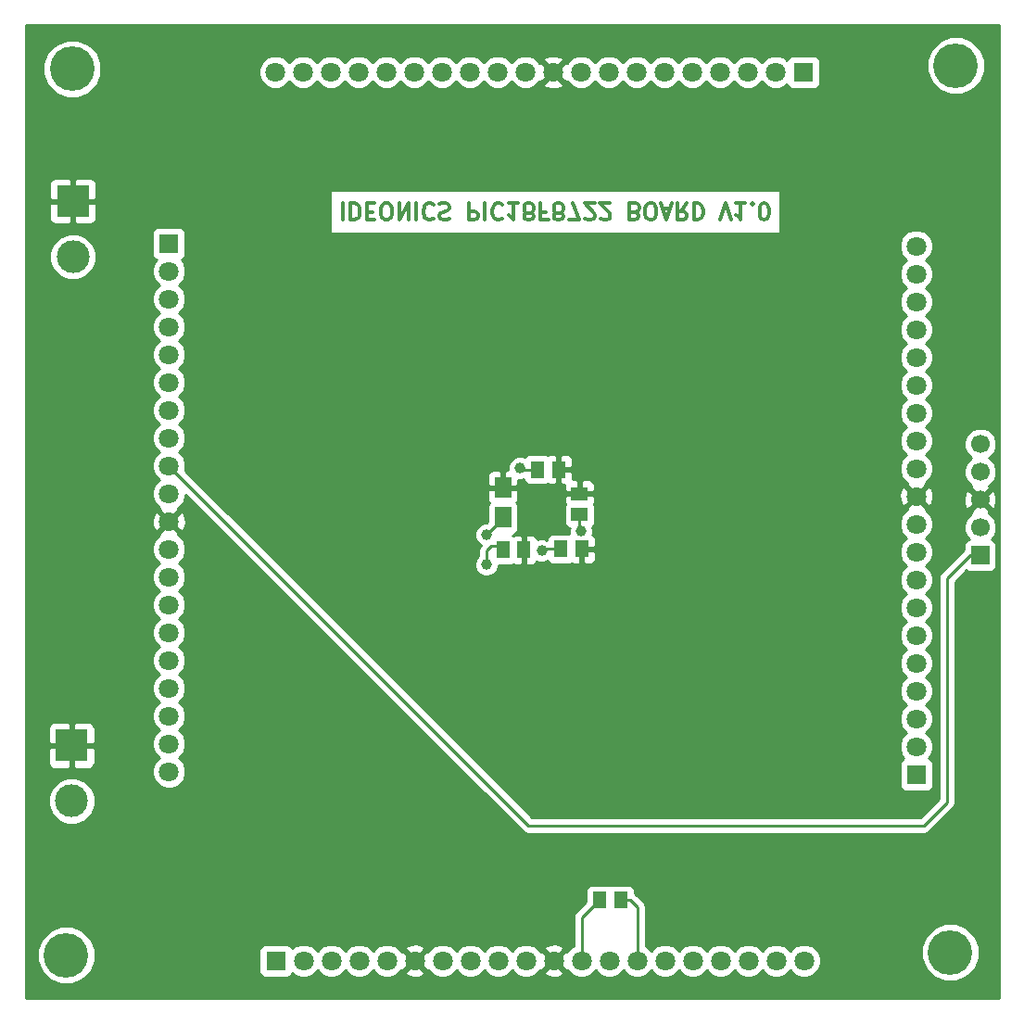
<source format=gbl>
G04 (created by PCBNEW (2013-07-07 BZR 4022)-stable) date 3/17/2015 10:38:49 AM*
%MOIN*%
G04 Gerber Fmt 3.4, Leading zero omitted, Abs format*
%FSLAX34Y34*%
G01*
G70*
G90*
G04 APERTURE LIST*
%ADD10C,0.00590551*%
%ADD11C,0.011811*%
%ADD12R,0.0669291X0.0669291*%
%ADD13C,0.0669291*%
%ADD14R,0.059X0.0512*%
%ADD15R,0.0512X0.059*%
%ADD16R,0.1181X0.1181*%
%ADD17C,0.1181*%
%ADD18R,0.0591X0.0768*%
%ADD19C,0.16*%
%ADD20R,0.0708661X0.0708661*%
%ADD21C,0.0708661*%
%ADD22C,0.0393701*%
%ADD23C,0.01*%
G04 APERTURE END LIST*
G54D10*
G54D11*
X54950Y-33160D02*
X54950Y-33751D01*
X55232Y-33160D02*
X55232Y-33751D01*
X55372Y-33751D01*
X55457Y-33723D01*
X55513Y-33667D01*
X55541Y-33610D01*
X55569Y-33498D01*
X55569Y-33414D01*
X55541Y-33301D01*
X55513Y-33245D01*
X55457Y-33189D01*
X55372Y-33160D01*
X55232Y-33160D01*
X55822Y-33470D02*
X56019Y-33470D01*
X56103Y-33160D02*
X55822Y-33160D01*
X55822Y-33751D01*
X56103Y-33751D01*
X56469Y-33751D02*
X56582Y-33751D01*
X56638Y-33723D01*
X56694Y-33667D01*
X56722Y-33554D01*
X56722Y-33357D01*
X56694Y-33245D01*
X56638Y-33189D01*
X56582Y-33160D01*
X56469Y-33160D01*
X56413Y-33189D01*
X56357Y-33245D01*
X56328Y-33357D01*
X56328Y-33554D01*
X56357Y-33667D01*
X56413Y-33723D01*
X56469Y-33751D01*
X56975Y-33160D02*
X56975Y-33751D01*
X57313Y-33160D01*
X57313Y-33751D01*
X57594Y-33160D02*
X57594Y-33751D01*
X58213Y-33217D02*
X58184Y-33189D01*
X58100Y-33160D01*
X58044Y-33160D01*
X57959Y-33189D01*
X57903Y-33245D01*
X57875Y-33301D01*
X57847Y-33414D01*
X57847Y-33498D01*
X57875Y-33610D01*
X57903Y-33667D01*
X57959Y-33723D01*
X58044Y-33751D01*
X58100Y-33751D01*
X58184Y-33723D01*
X58213Y-33695D01*
X58438Y-33189D02*
X58522Y-33160D01*
X58662Y-33160D01*
X58719Y-33189D01*
X58747Y-33217D01*
X58775Y-33273D01*
X58775Y-33329D01*
X58747Y-33385D01*
X58719Y-33414D01*
X58662Y-33442D01*
X58550Y-33470D01*
X58494Y-33498D01*
X58466Y-33526D01*
X58438Y-33582D01*
X58438Y-33639D01*
X58466Y-33695D01*
X58494Y-33723D01*
X58550Y-33751D01*
X58691Y-33751D01*
X58775Y-33723D01*
X59478Y-33160D02*
X59478Y-33751D01*
X59703Y-33751D01*
X59759Y-33723D01*
X59787Y-33695D01*
X59815Y-33639D01*
X59815Y-33554D01*
X59787Y-33498D01*
X59759Y-33470D01*
X59703Y-33442D01*
X59478Y-33442D01*
X60069Y-33160D02*
X60069Y-33751D01*
X60687Y-33217D02*
X60659Y-33189D01*
X60575Y-33160D01*
X60519Y-33160D01*
X60434Y-33189D01*
X60378Y-33245D01*
X60350Y-33301D01*
X60322Y-33414D01*
X60322Y-33498D01*
X60350Y-33610D01*
X60378Y-33667D01*
X60434Y-33723D01*
X60519Y-33751D01*
X60575Y-33751D01*
X60659Y-33723D01*
X60687Y-33695D01*
X61250Y-33160D02*
X60912Y-33160D01*
X61081Y-33160D02*
X61081Y-33751D01*
X61025Y-33667D01*
X60968Y-33610D01*
X60912Y-33582D01*
X61587Y-33498D02*
X61531Y-33526D01*
X61503Y-33554D01*
X61475Y-33610D01*
X61475Y-33639D01*
X61503Y-33695D01*
X61531Y-33723D01*
X61587Y-33751D01*
X61700Y-33751D01*
X61756Y-33723D01*
X61784Y-33695D01*
X61812Y-33639D01*
X61812Y-33610D01*
X61784Y-33554D01*
X61756Y-33526D01*
X61700Y-33498D01*
X61587Y-33498D01*
X61531Y-33470D01*
X61503Y-33442D01*
X61475Y-33385D01*
X61475Y-33273D01*
X61503Y-33217D01*
X61531Y-33189D01*
X61587Y-33160D01*
X61700Y-33160D01*
X61756Y-33189D01*
X61784Y-33217D01*
X61812Y-33273D01*
X61812Y-33385D01*
X61784Y-33442D01*
X61756Y-33470D01*
X61700Y-33498D01*
X62262Y-33470D02*
X62065Y-33470D01*
X62065Y-33160D02*
X62065Y-33751D01*
X62346Y-33751D01*
X62656Y-33498D02*
X62600Y-33526D01*
X62571Y-33554D01*
X62543Y-33610D01*
X62543Y-33639D01*
X62571Y-33695D01*
X62600Y-33723D01*
X62656Y-33751D01*
X62768Y-33751D01*
X62824Y-33723D01*
X62853Y-33695D01*
X62881Y-33639D01*
X62881Y-33610D01*
X62853Y-33554D01*
X62824Y-33526D01*
X62768Y-33498D01*
X62656Y-33498D01*
X62600Y-33470D01*
X62571Y-33442D01*
X62543Y-33385D01*
X62543Y-33273D01*
X62571Y-33217D01*
X62600Y-33189D01*
X62656Y-33160D01*
X62768Y-33160D01*
X62824Y-33189D01*
X62853Y-33217D01*
X62881Y-33273D01*
X62881Y-33385D01*
X62853Y-33442D01*
X62824Y-33470D01*
X62768Y-33498D01*
X63078Y-33751D02*
X63471Y-33751D01*
X63218Y-33160D01*
X63668Y-33695D02*
X63696Y-33723D01*
X63752Y-33751D01*
X63893Y-33751D01*
X63949Y-33723D01*
X63977Y-33695D01*
X64006Y-33639D01*
X64006Y-33582D01*
X63977Y-33498D01*
X63640Y-33160D01*
X64006Y-33160D01*
X64231Y-33695D02*
X64259Y-33723D01*
X64315Y-33751D01*
X64456Y-33751D01*
X64512Y-33723D01*
X64540Y-33695D01*
X64568Y-33639D01*
X64568Y-33582D01*
X64540Y-33498D01*
X64202Y-33160D01*
X64568Y-33160D01*
X65468Y-33470D02*
X65552Y-33442D01*
X65580Y-33414D01*
X65608Y-33357D01*
X65608Y-33273D01*
X65580Y-33217D01*
X65552Y-33189D01*
X65496Y-33160D01*
X65271Y-33160D01*
X65271Y-33751D01*
X65468Y-33751D01*
X65524Y-33723D01*
X65552Y-33695D01*
X65580Y-33639D01*
X65580Y-33582D01*
X65552Y-33526D01*
X65524Y-33498D01*
X65468Y-33470D01*
X65271Y-33470D01*
X65974Y-33751D02*
X66087Y-33751D01*
X66143Y-33723D01*
X66199Y-33667D01*
X66227Y-33554D01*
X66227Y-33357D01*
X66199Y-33245D01*
X66143Y-33189D01*
X66087Y-33160D01*
X65974Y-33160D01*
X65918Y-33189D01*
X65862Y-33245D01*
X65833Y-33357D01*
X65833Y-33554D01*
X65862Y-33667D01*
X65918Y-33723D01*
X65974Y-33751D01*
X66452Y-33329D02*
X66733Y-33329D01*
X66396Y-33160D02*
X66593Y-33751D01*
X66790Y-33160D01*
X67324Y-33160D02*
X67127Y-33442D01*
X66986Y-33160D02*
X66986Y-33751D01*
X67211Y-33751D01*
X67268Y-33723D01*
X67296Y-33695D01*
X67324Y-33639D01*
X67324Y-33554D01*
X67296Y-33498D01*
X67268Y-33470D01*
X67211Y-33442D01*
X66986Y-33442D01*
X67577Y-33160D02*
X67577Y-33751D01*
X67718Y-33751D01*
X67802Y-33723D01*
X67858Y-33667D01*
X67886Y-33610D01*
X67914Y-33498D01*
X67914Y-33414D01*
X67886Y-33301D01*
X67858Y-33245D01*
X67802Y-33189D01*
X67718Y-33160D01*
X67577Y-33160D01*
X68533Y-33751D02*
X68730Y-33160D01*
X68927Y-33751D01*
X69433Y-33160D02*
X69096Y-33160D01*
X69264Y-33160D02*
X69264Y-33751D01*
X69208Y-33667D01*
X69152Y-33610D01*
X69096Y-33582D01*
X69686Y-33217D02*
X69714Y-33189D01*
X69686Y-33160D01*
X69658Y-33189D01*
X69686Y-33217D01*
X69686Y-33160D01*
X70080Y-33751D02*
X70136Y-33751D01*
X70192Y-33723D01*
X70220Y-33695D01*
X70249Y-33639D01*
X70277Y-33526D01*
X70277Y-33385D01*
X70249Y-33273D01*
X70220Y-33217D01*
X70192Y-33189D01*
X70136Y-33160D01*
X70080Y-33160D01*
X70024Y-33189D01*
X69995Y-33217D01*
X69967Y-33273D01*
X69939Y-33385D01*
X69939Y-33526D01*
X69967Y-33639D01*
X69995Y-33695D01*
X70024Y-33723D01*
X70080Y-33751D01*
G54D12*
X77880Y-45820D03*
G54D13*
X77880Y-44820D03*
X77880Y-43820D03*
X77880Y-42820D03*
X77880Y-41820D03*
G54D14*
X63469Y-44350D03*
X63469Y-43600D03*
G54D15*
X60708Y-45621D03*
X61458Y-45621D03*
X61960Y-42731D03*
X62710Y-42731D03*
X62803Y-45593D03*
X63553Y-45593D03*
X64191Y-58208D03*
X64941Y-58208D03*
G54D16*
X45200Y-52660D03*
G54D17*
X45200Y-54660D03*
G54D18*
X60713Y-44461D03*
X60713Y-43379D03*
G54D19*
X45220Y-28320D03*
X45000Y-60200D03*
X77000Y-28200D03*
X76800Y-60100D03*
G54D20*
X52540Y-60400D03*
G54D21*
X53540Y-60400D03*
X54540Y-60400D03*
X55540Y-60400D03*
X56540Y-60400D03*
X57540Y-60400D03*
X58540Y-60400D03*
X59540Y-60400D03*
X60540Y-60400D03*
X61540Y-60400D03*
X62540Y-60400D03*
X63540Y-60400D03*
X64540Y-60400D03*
X65540Y-60400D03*
X66540Y-60400D03*
X67540Y-60400D03*
X68540Y-60400D03*
X69540Y-60400D03*
X70540Y-60400D03*
X71540Y-60400D03*
G54D20*
X48700Y-34600D03*
G54D21*
X48700Y-35600D03*
X48700Y-36600D03*
X48700Y-37600D03*
X48700Y-38600D03*
X48700Y-39600D03*
X48700Y-40600D03*
X48700Y-41600D03*
X48700Y-42600D03*
X48700Y-43600D03*
X48700Y-44600D03*
X48700Y-45600D03*
X48700Y-46600D03*
X48700Y-47600D03*
X48700Y-48600D03*
X48700Y-49600D03*
X48700Y-50600D03*
X48700Y-51600D03*
X48700Y-52600D03*
X48700Y-53600D03*
G54D20*
X75580Y-53700D03*
G54D21*
X75580Y-52700D03*
X75580Y-51700D03*
X75580Y-50700D03*
X75580Y-49700D03*
X75580Y-48700D03*
X75580Y-47700D03*
X75580Y-46700D03*
X75580Y-45700D03*
X75580Y-44700D03*
X75580Y-43700D03*
X75580Y-42700D03*
X75580Y-41700D03*
X75580Y-40700D03*
X75580Y-39700D03*
X75580Y-38700D03*
X75580Y-37700D03*
X75580Y-36700D03*
X75580Y-35700D03*
X75580Y-34700D03*
G54D20*
X71520Y-28440D03*
G54D21*
X70520Y-28440D03*
X69520Y-28440D03*
X68520Y-28440D03*
X67520Y-28440D03*
X66520Y-28440D03*
X65520Y-28440D03*
X64520Y-28440D03*
X63520Y-28440D03*
X62520Y-28440D03*
X61520Y-28440D03*
X60520Y-28440D03*
X59520Y-28440D03*
X58520Y-28440D03*
X57520Y-28440D03*
X56520Y-28440D03*
X55520Y-28440D03*
X54520Y-28440D03*
X53520Y-28440D03*
X52520Y-28440D03*
G54D16*
X45240Y-33080D03*
G54D17*
X45240Y-35080D03*
G54D22*
X63523Y-44960D03*
X62106Y-45649D03*
X60118Y-46161D03*
X60118Y-45078D03*
X61318Y-42677D03*
X77401Y-53877D03*
X44842Y-40551D03*
X44704Y-50511D03*
X51279Y-31318D03*
G54D23*
X63540Y-60400D02*
X63540Y-58860D01*
X63540Y-58860D02*
X64191Y-58208D01*
X63469Y-44906D02*
X63469Y-44350D01*
X63523Y-44960D02*
X63469Y-44906D01*
X62106Y-45649D02*
X62162Y-45593D01*
X62162Y-45593D02*
X62803Y-45593D01*
X60579Y-45492D02*
X60708Y-45621D01*
X60295Y-45492D02*
X60579Y-45492D01*
X60137Y-45649D02*
X60295Y-45492D01*
X60137Y-46141D02*
X60137Y-45649D01*
X60118Y-46161D02*
X60137Y-46141D01*
X60713Y-44483D02*
X60713Y-44461D01*
X60118Y-45078D02*
X60713Y-44483D01*
X61373Y-42731D02*
X61960Y-42731D01*
X61318Y-42677D02*
X61373Y-42731D01*
X77880Y-45820D02*
X77506Y-45820D01*
X61631Y-55531D02*
X48700Y-42600D01*
X75846Y-55531D02*
X61631Y-55531D01*
X76673Y-54704D02*
X75846Y-55531D01*
X76673Y-46653D02*
X76673Y-54704D01*
X77506Y-45820D02*
X76673Y-46653D01*
X64941Y-58208D02*
X65275Y-58208D01*
X65540Y-58473D02*
X65540Y-60400D01*
X65275Y-58208D02*
X65540Y-58473D01*
X77401Y-53877D02*
X77401Y-53858D01*
G54D10*
G36*
X78550Y-61750D02*
X78469Y-61750D01*
X78469Y-43910D01*
X78464Y-43809D01*
X78464Y-42704D01*
X78375Y-42489D01*
X78211Y-42324D01*
X78200Y-42320D01*
X78210Y-42315D01*
X78375Y-42151D01*
X78464Y-41936D01*
X78464Y-41704D01*
X78375Y-41489D01*
X78211Y-41324D01*
X78050Y-41257D01*
X78050Y-27992D01*
X77890Y-27606D01*
X77595Y-27310D01*
X77209Y-27150D01*
X76792Y-27149D01*
X76406Y-27309D01*
X76110Y-27604D01*
X75950Y-27990D01*
X75949Y-28407D01*
X76109Y-28794D01*
X76404Y-29089D01*
X76790Y-29249D01*
X77207Y-29250D01*
X77594Y-29090D01*
X77889Y-28795D01*
X78049Y-28409D01*
X78050Y-27992D01*
X78050Y-41257D01*
X77996Y-41235D01*
X77764Y-41235D01*
X77549Y-41324D01*
X77384Y-41488D01*
X77295Y-41703D01*
X77295Y-41935D01*
X77384Y-42150D01*
X77548Y-42315D01*
X77559Y-42319D01*
X77549Y-42324D01*
X77384Y-42488D01*
X77295Y-42703D01*
X77295Y-42935D01*
X77384Y-43150D01*
X77548Y-43315D01*
X77567Y-43323D01*
X77539Y-43408D01*
X77880Y-43749D01*
X78220Y-43408D01*
X78192Y-43323D01*
X78210Y-43315D01*
X78375Y-43151D01*
X78464Y-42936D01*
X78464Y-42704D01*
X78464Y-43809D01*
X78458Y-43677D01*
X78389Y-43511D01*
X78291Y-43479D01*
X77950Y-43820D01*
X78291Y-44160D01*
X78389Y-44128D01*
X78469Y-43910D01*
X78469Y-61750D01*
X78464Y-61750D01*
X78464Y-44704D01*
X78375Y-44489D01*
X78211Y-44324D01*
X78192Y-44316D01*
X78220Y-44231D01*
X77880Y-43890D01*
X77809Y-43961D01*
X77809Y-43820D01*
X77468Y-43479D01*
X77370Y-43511D01*
X77290Y-43729D01*
X77301Y-43962D01*
X77370Y-44128D01*
X77468Y-44160D01*
X77809Y-43820D01*
X77809Y-43961D01*
X77539Y-44231D01*
X77567Y-44316D01*
X77549Y-44324D01*
X77384Y-44488D01*
X77295Y-44703D01*
X77295Y-44935D01*
X77384Y-45150D01*
X77476Y-45243D01*
X77403Y-45273D01*
X77333Y-45343D01*
X77295Y-45435D01*
X77295Y-45534D01*
X77295Y-45607D01*
X77294Y-45607D01*
X76461Y-46441D01*
X76396Y-46538D01*
X76373Y-46653D01*
X76373Y-54580D01*
X76188Y-54764D01*
X76188Y-43794D01*
X76184Y-43689D01*
X76184Y-42580D01*
X76092Y-42358D01*
X75934Y-42199D01*
X76092Y-42042D01*
X76184Y-41820D01*
X76184Y-41580D01*
X76092Y-41358D01*
X75934Y-41199D01*
X76092Y-41042D01*
X76184Y-40820D01*
X76184Y-40580D01*
X76092Y-40358D01*
X75934Y-40199D01*
X76092Y-40042D01*
X76184Y-39820D01*
X76184Y-39580D01*
X76092Y-39358D01*
X75934Y-39199D01*
X76092Y-39042D01*
X76184Y-38820D01*
X76184Y-38580D01*
X76092Y-38358D01*
X75934Y-38199D01*
X76092Y-38042D01*
X76184Y-37820D01*
X76184Y-37580D01*
X76092Y-37358D01*
X75934Y-37199D01*
X76092Y-37042D01*
X76184Y-36820D01*
X76184Y-36580D01*
X76092Y-36358D01*
X75934Y-36199D01*
X76092Y-36042D01*
X76184Y-35820D01*
X76184Y-35580D01*
X76092Y-35358D01*
X75934Y-35199D01*
X76092Y-35042D01*
X76184Y-34820D01*
X76184Y-34580D01*
X76092Y-34358D01*
X75922Y-34187D01*
X75700Y-34095D01*
X75460Y-34095D01*
X75238Y-34187D01*
X75067Y-34357D01*
X74975Y-34579D01*
X74975Y-34819D01*
X75067Y-35041D01*
X75225Y-35200D01*
X75067Y-35357D01*
X74975Y-35579D01*
X74975Y-35819D01*
X75067Y-36041D01*
X75225Y-36200D01*
X75067Y-36357D01*
X74975Y-36579D01*
X74975Y-36819D01*
X75067Y-37041D01*
X75225Y-37200D01*
X75067Y-37357D01*
X74975Y-37579D01*
X74975Y-37819D01*
X75067Y-38041D01*
X75225Y-38200D01*
X75067Y-38357D01*
X74975Y-38579D01*
X74975Y-38819D01*
X75067Y-39041D01*
X75225Y-39200D01*
X75067Y-39357D01*
X74975Y-39579D01*
X74975Y-39819D01*
X75067Y-40041D01*
X75225Y-40200D01*
X75067Y-40357D01*
X74975Y-40579D01*
X74975Y-40819D01*
X75067Y-41041D01*
X75225Y-41200D01*
X75067Y-41357D01*
X74975Y-41579D01*
X74975Y-41819D01*
X75067Y-42041D01*
X75225Y-42200D01*
X75067Y-42357D01*
X74975Y-42579D01*
X74975Y-42819D01*
X75067Y-43041D01*
X75237Y-43212D01*
X75245Y-43215D01*
X75225Y-43274D01*
X75580Y-43629D01*
X75934Y-43274D01*
X75914Y-43215D01*
X75921Y-43212D01*
X76092Y-43042D01*
X76184Y-42820D01*
X76184Y-42580D01*
X76184Y-43689D01*
X76178Y-43554D01*
X76106Y-43379D01*
X76005Y-43345D01*
X75650Y-43700D01*
X76005Y-44054D01*
X76106Y-44020D01*
X76188Y-43794D01*
X76188Y-54764D01*
X76184Y-54769D01*
X76184Y-52580D01*
X76092Y-52358D01*
X75934Y-52199D01*
X76092Y-52042D01*
X76184Y-51820D01*
X76184Y-51580D01*
X76092Y-51358D01*
X75934Y-51199D01*
X76092Y-51042D01*
X76184Y-50820D01*
X76184Y-50580D01*
X76092Y-50358D01*
X75934Y-50199D01*
X76092Y-50042D01*
X76184Y-49820D01*
X76184Y-49580D01*
X76092Y-49358D01*
X75934Y-49199D01*
X76092Y-49042D01*
X76184Y-48820D01*
X76184Y-48580D01*
X76092Y-48358D01*
X75934Y-48199D01*
X76092Y-48042D01*
X76184Y-47820D01*
X76184Y-47580D01*
X76092Y-47358D01*
X75934Y-47199D01*
X76092Y-47042D01*
X76184Y-46820D01*
X76184Y-46580D01*
X76092Y-46358D01*
X75934Y-46199D01*
X76092Y-46042D01*
X76184Y-45820D01*
X76184Y-45580D01*
X76092Y-45358D01*
X75934Y-45199D01*
X76092Y-45042D01*
X76184Y-44820D01*
X76184Y-44580D01*
X76092Y-44358D01*
X75922Y-44187D01*
X75914Y-44184D01*
X75934Y-44125D01*
X75580Y-43770D01*
X75509Y-43841D01*
X75509Y-43700D01*
X75154Y-43345D01*
X75053Y-43379D01*
X74971Y-43605D01*
X74981Y-43845D01*
X75053Y-44020D01*
X75154Y-44054D01*
X75509Y-43700D01*
X75509Y-43841D01*
X75225Y-44125D01*
X75245Y-44184D01*
X75238Y-44187D01*
X75067Y-44357D01*
X74975Y-44579D01*
X74975Y-44819D01*
X75067Y-45041D01*
X75225Y-45200D01*
X75067Y-45357D01*
X74975Y-45579D01*
X74975Y-45819D01*
X75067Y-46041D01*
X75225Y-46200D01*
X75067Y-46357D01*
X74975Y-46579D01*
X74975Y-46819D01*
X75067Y-47041D01*
X75225Y-47200D01*
X75067Y-47357D01*
X74975Y-47579D01*
X74975Y-47819D01*
X75067Y-48041D01*
X75225Y-48200D01*
X75067Y-48357D01*
X74975Y-48579D01*
X74975Y-48819D01*
X75067Y-49041D01*
X75225Y-49200D01*
X75067Y-49357D01*
X74975Y-49579D01*
X74975Y-49819D01*
X75067Y-50041D01*
X75225Y-50200D01*
X75067Y-50357D01*
X74975Y-50579D01*
X74975Y-50819D01*
X75067Y-51041D01*
X75225Y-51200D01*
X75067Y-51357D01*
X74975Y-51579D01*
X74975Y-51819D01*
X75067Y-52041D01*
X75225Y-52200D01*
X75067Y-52357D01*
X74975Y-52579D01*
X74975Y-52819D01*
X75067Y-53041D01*
X75137Y-53111D01*
X75084Y-53133D01*
X75013Y-53203D01*
X74975Y-53295D01*
X74975Y-53395D01*
X74975Y-54103D01*
X75013Y-54195D01*
X75083Y-54266D01*
X75175Y-54304D01*
X75275Y-54304D01*
X75983Y-54304D01*
X76075Y-54266D01*
X76146Y-54196D01*
X76184Y-54104D01*
X76184Y-54004D01*
X76184Y-53296D01*
X76146Y-53204D01*
X76076Y-53133D01*
X76022Y-53111D01*
X76092Y-53042D01*
X76184Y-52820D01*
X76184Y-52580D01*
X76184Y-54769D01*
X75722Y-55231D01*
X72124Y-55231D01*
X72124Y-28744D01*
X72124Y-28036D01*
X72086Y-27944D01*
X72016Y-27873D01*
X71924Y-27835D01*
X71824Y-27835D01*
X71116Y-27835D01*
X71024Y-27873D01*
X70953Y-27943D01*
X70931Y-27997D01*
X70862Y-27927D01*
X70640Y-27835D01*
X70400Y-27835D01*
X70178Y-27927D01*
X70019Y-28085D01*
X69862Y-27927D01*
X69640Y-27835D01*
X69400Y-27835D01*
X69178Y-27927D01*
X69019Y-28085D01*
X68862Y-27927D01*
X68640Y-27835D01*
X68400Y-27835D01*
X68178Y-27927D01*
X68019Y-28085D01*
X67862Y-27927D01*
X67640Y-27835D01*
X67400Y-27835D01*
X67178Y-27927D01*
X67019Y-28085D01*
X66862Y-27927D01*
X66640Y-27835D01*
X66400Y-27835D01*
X66178Y-27927D01*
X66019Y-28085D01*
X65862Y-27927D01*
X65640Y-27835D01*
X65400Y-27835D01*
X65178Y-27927D01*
X65019Y-28085D01*
X64862Y-27927D01*
X64640Y-27835D01*
X64400Y-27835D01*
X64178Y-27927D01*
X64019Y-28085D01*
X63862Y-27927D01*
X63640Y-27835D01*
X63400Y-27835D01*
X63178Y-27927D01*
X63007Y-28097D01*
X63004Y-28105D01*
X62945Y-28085D01*
X62874Y-28156D01*
X62874Y-28014D01*
X62840Y-27913D01*
X62614Y-27831D01*
X62374Y-27841D01*
X62199Y-27913D01*
X62165Y-28014D01*
X62520Y-28369D01*
X62874Y-28014D01*
X62874Y-28156D01*
X62590Y-28440D01*
X62945Y-28794D01*
X63004Y-28774D01*
X63007Y-28781D01*
X63177Y-28952D01*
X63399Y-29044D01*
X63639Y-29044D01*
X63861Y-28952D01*
X64020Y-28794D01*
X64177Y-28952D01*
X64399Y-29044D01*
X64639Y-29044D01*
X64861Y-28952D01*
X65020Y-28794D01*
X65177Y-28952D01*
X65399Y-29044D01*
X65639Y-29044D01*
X65861Y-28952D01*
X66020Y-28794D01*
X66177Y-28952D01*
X66399Y-29044D01*
X66639Y-29044D01*
X66861Y-28952D01*
X67020Y-28794D01*
X67177Y-28952D01*
X67399Y-29044D01*
X67639Y-29044D01*
X67861Y-28952D01*
X68020Y-28794D01*
X68177Y-28952D01*
X68399Y-29044D01*
X68639Y-29044D01*
X68861Y-28952D01*
X69020Y-28794D01*
X69177Y-28952D01*
X69399Y-29044D01*
X69639Y-29044D01*
X69861Y-28952D01*
X70020Y-28794D01*
X70177Y-28952D01*
X70399Y-29044D01*
X70639Y-29044D01*
X70861Y-28952D01*
X70931Y-28882D01*
X70953Y-28935D01*
X71023Y-29006D01*
X71115Y-29044D01*
X71215Y-29044D01*
X71923Y-29044D01*
X72015Y-29006D01*
X72086Y-28936D01*
X72124Y-28844D01*
X72124Y-28744D01*
X72124Y-55231D01*
X70698Y-55231D01*
X70698Y-34240D01*
X70698Y-32677D01*
X62874Y-32677D01*
X62874Y-28865D01*
X62520Y-28510D01*
X62449Y-28581D01*
X62449Y-28440D01*
X62094Y-28085D01*
X62035Y-28105D01*
X62032Y-28098D01*
X61862Y-27927D01*
X61640Y-27835D01*
X61400Y-27835D01*
X61178Y-27927D01*
X61019Y-28085D01*
X60862Y-27927D01*
X60640Y-27835D01*
X60400Y-27835D01*
X60178Y-27927D01*
X60019Y-28085D01*
X59862Y-27927D01*
X59640Y-27835D01*
X59400Y-27835D01*
X59178Y-27927D01*
X59019Y-28085D01*
X58862Y-27927D01*
X58640Y-27835D01*
X58400Y-27835D01*
X58178Y-27927D01*
X58019Y-28085D01*
X57862Y-27927D01*
X57640Y-27835D01*
X57400Y-27835D01*
X57178Y-27927D01*
X57019Y-28085D01*
X56862Y-27927D01*
X56640Y-27835D01*
X56400Y-27835D01*
X56178Y-27927D01*
X56019Y-28085D01*
X55862Y-27927D01*
X55640Y-27835D01*
X55400Y-27835D01*
X55178Y-27927D01*
X55019Y-28085D01*
X54862Y-27927D01*
X54640Y-27835D01*
X54400Y-27835D01*
X54178Y-27927D01*
X54019Y-28085D01*
X53862Y-27927D01*
X53640Y-27835D01*
X53400Y-27835D01*
X53178Y-27927D01*
X53019Y-28085D01*
X52862Y-27927D01*
X52640Y-27835D01*
X52400Y-27835D01*
X52178Y-27927D01*
X52007Y-28097D01*
X51915Y-28319D01*
X51915Y-28559D01*
X52007Y-28781D01*
X52177Y-28952D01*
X52399Y-29044D01*
X52639Y-29044D01*
X52861Y-28952D01*
X53020Y-28794D01*
X53177Y-28952D01*
X53399Y-29044D01*
X53639Y-29044D01*
X53861Y-28952D01*
X54020Y-28794D01*
X54177Y-28952D01*
X54399Y-29044D01*
X54639Y-29044D01*
X54861Y-28952D01*
X55020Y-28794D01*
X55177Y-28952D01*
X55399Y-29044D01*
X55639Y-29044D01*
X55861Y-28952D01*
X56020Y-28794D01*
X56177Y-28952D01*
X56399Y-29044D01*
X56639Y-29044D01*
X56861Y-28952D01*
X57020Y-28794D01*
X57177Y-28952D01*
X57399Y-29044D01*
X57639Y-29044D01*
X57861Y-28952D01*
X58020Y-28794D01*
X58177Y-28952D01*
X58399Y-29044D01*
X58639Y-29044D01*
X58861Y-28952D01*
X59020Y-28794D01*
X59177Y-28952D01*
X59399Y-29044D01*
X59639Y-29044D01*
X59861Y-28952D01*
X60020Y-28794D01*
X60177Y-28952D01*
X60399Y-29044D01*
X60639Y-29044D01*
X60861Y-28952D01*
X61020Y-28794D01*
X61177Y-28952D01*
X61399Y-29044D01*
X61639Y-29044D01*
X61861Y-28952D01*
X62032Y-28782D01*
X62035Y-28774D01*
X62094Y-28794D01*
X62449Y-28440D01*
X62449Y-28581D01*
X62165Y-28865D01*
X62199Y-28966D01*
X62425Y-29048D01*
X62665Y-29038D01*
X62840Y-28966D01*
X62874Y-28865D01*
X62874Y-32677D01*
X54501Y-32677D01*
X54501Y-34240D01*
X70698Y-34240D01*
X70698Y-55231D01*
X64059Y-55231D01*
X64059Y-45839D01*
X64059Y-45348D01*
X64059Y-45248D01*
X64020Y-45156D01*
X63950Y-45086D01*
X63934Y-45079D01*
X63948Y-45045D01*
X63948Y-44876D01*
X63919Y-44805D01*
X63976Y-44748D01*
X64014Y-44656D01*
X64014Y-44557D01*
X64014Y-44045D01*
X63985Y-43975D01*
X64014Y-43906D01*
X64014Y-43295D01*
X63976Y-43203D01*
X63906Y-43132D01*
X63814Y-43094D01*
X63714Y-43094D01*
X63581Y-43094D01*
X63519Y-43157D01*
X63519Y-43550D01*
X63951Y-43550D01*
X64014Y-43488D01*
X64014Y-43295D01*
X64014Y-43906D01*
X64014Y-43713D01*
X63951Y-43650D01*
X63519Y-43650D01*
X63519Y-43658D01*
X63419Y-43658D01*
X63419Y-43650D01*
X63419Y-43550D01*
X63419Y-43157D01*
X63356Y-43094D01*
X63223Y-43094D01*
X63209Y-43094D01*
X63216Y-43076D01*
X63216Y-42976D01*
X63216Y-42486D01*
X63216Y-42386D01*
X63178Y-42294D01*
X63108Y-42224D01*
X63016Y-42186D01*
X62823Y-42186D01*
X62760Y-42248D01*
X62760Y-42681D01*
X63154Y-42681D01*
X63216Y-42618D01*
X63216Y-42486D01*
X63216Y-42976D01*
X63216Y-42843D01*
X63154Y-42781D01*
X62760Y-42781D01*
X62760Y-43213D01*
X62823Y-43276D01*
X62932Y-43276D01*
X62924Y-43295D01*
X62924Y-43488D01*
X62986Y-43550D01*
X63419Y-43550D01*
X63419Y-43650D01*
X62986Y-43650D01*
X62924Y-43713D01*
X62924Y-43906D01*
X62953Y-43975D01*
X62924Y-44044D01*
X62924Y-44144D01*
X62924Y-44656D01*
X62962Y-44748D01*
X63032Y-44818D01*
X63109Y-44850D01*
X63098Y-44875D01*
X63098Y-45044D01*
X63100Y-45048D01*
X63009Y-45048D01*
X62660Y-45048D01*
X62660Y-43213D01*
X62660Y-42781D01*
X62652Y-42781D01*
X62652Y-42681D01*
X62660Y-42681D01*
X62660Y-42248D01*
X62598Y-42186D01*
X62405Y-42186D01*
X62335Y-42215D01*
X62266Y-42186D01*
X62167Y-42186D01*
X61655Y-42186D01*
X61563Y-42224D01*
X61496Y-42290D01*
X61403Y-42252D01*
X61234Y-42252D01*
X61078Y-42316D01*
X60958Y-42436D01*
X60893Y-42592D01*
X60893Y-42745D01*
X60826Y-42745D01*
X60763Y-42807D01*
X60763Y-43329D01*
X61196Y-43329D01*
X61259Y-43266D01*
X61259Y-43102D01*
X61403Y-43102D01*
X61456Y-43080D01*
X61492Y-43167D01*
X61562Y-43238D01*
X61654Y-43276D01*
X61754Y-43276D01*
X62266Y-43276D01*
X62335Y-43247D01*
X62405Y-43276D01*
X62598Y-43276D01*
X62660Y-43213D01*
X62660Y-45048D01*
X62497Y-45048D01*
X62405Y-45086D01*
X62335Y-45156D01*
X62297Y-45248D01*
X62297Y-45268D01*
X62191Y-45224D01*
X62022Y-45224D01*
X61954Y-45252D01*
X61926Y-45184D01*
X61856Y-45114D01*
X61764Y-45076D01*
X61571Y-45076D01*
X61508Y-45138D01*
X61508Y-45571D01*
X61516Y-45571D01*
X61516Y-45671D01*
X61508Y-45671D01*
X61508Y-46103D01*
X61571Y-46166D01*
X61764Y-46166D01*
X61856Y-46128D01*
X61926Y-46058D01*
X61934Y-46038D01*
X62021Y-46074D01*
X62190Y-46074D01*
X62329Y-46017D01*
X62335Y-46030D01*
X62405Y-46100D01*
X62497Y-46138D01*
X62596Y-46138D01*
X63108Y-46138D01*
X63178Y-46110D01*
X63247Y-46138D01*
X63440Y-46138D01*
X63503Y-46076D01*
X63503Y-45643D01*
X63495Y-45643D01*
X63495Y-45543D01*
X63503Y-45543D01*
X63503Y-45535D01*
X63603Y-45535D01*
X63603Y-45543D01*
X63996Y-45543D01*
X64059Y-45481D01*
X64059Y-45348D01*
X64059Y-45839D01*
X64059Y-45706D01*
X63996Y-45643D01*
X63603Y-45643D01*
X63603Y-46076D01*
X63665Y-46138D01*
X63858Y-46138D01*
X63950Y-46100D01*
X64020Y-46030D01*
X64059Y-45938D01*
X64059Y-45839D01*
X64059Y-55231D01*
X61755Y-55231D01*
X61408Y-54884D01*
X61408Y-46103D01*
X61408Y-45671D01*
X61400Y-45671D01*
X61400Y-45571D01*
X61408Y-45571D01*
X61408Y-45138D01*
X61346Y-45076D01*
X61153Y-45076D01*
X61083Y-45104D01*
X61059Y-45095D01*
X61150Y-45057D01*
X61220Y-44987D01*
X61258Y-44895D01*
X61259Y-44795D01*
X61259Y-44027D01*
X61221Y-43936D01*
X61205Y-43920D01*
X61221Y-43904D01*
X61259Y-43812D01*
X61259Y-43491D01*
X61196Y-43429D01*
X60763Y-43429D01*
X60763Y-43437D01*
X60663Y-43437D01*
X60663Y-43429D01*
X60663Y-43329D01*
X60663Y-42807D01*
X60601Y-42745D01*
X60467Y-42745D01*
X60368Y-42745D01*
X60276Y-42783D01*
X60205Y-42854D01*
X60168Y-42945D01*
X60168Y-43266D01*
X60230Y-43329D01*
X60663Y-43329D01*
X60663Y-43429D01*
X60230Y-43429D01*
X60168Y-43491D01*
X60168Y-43812D01*
X60205Y-43904D01*
X60221Y-43920D01*
X60206Y-43935D01*
X60168Y-44027D01*
X60168Y-44126D01*
X60168Y-44604D01*
X60118Y-44653D01*
X60033Y-44653D01*
X59877Y-44718D01*
X59758Y-44837D01*
X59693Y-44993D01*
X59693Y-45162D01*
X59757Y-45319D01*
X59877Y-45438D01*
X59914Y-45454D01*
X59860Y-45534D01*
X59837Y-45649D01*
X59837Y-45840D01*
X59758Y-45920D01*
X59693Y-46076D01*
X59693Y-46245D01*
X59757Y-46401D01*
X59877Y-46521D01*
X60033Y-46586D01*
X60202Y-46586D01*
X60358Y-46521D01*
X60478Y-46402D01*
X60543Y-46246D01*
X60543Y-46166D01*
X61014Y-46166D01*
X61083Y-46137D01*
X61153Y-46166D01*
X61346Y-46166D01*
X61408Y-46103D01*
X61408Y-54884D01*
X49286Y-42762D01*
X49304Y-42720D01*
X49304Y-42480D01*
X49212Y-42258D01*
X49054Y-42099D01*
X49212Y-41942D01*
X49304Y-41720D01*
X49304Y-41480D01*
X49212Y-41258D01*
X49054Y-41099D01*
X49212Y-40942D01*
X49304Y-40720D01*
X49304Y-40480D01*
X49212Y-40258D01*
X49054Y-40099D01*
X49212Y-39942D01*
X49304Y-39720D01*
X49304Y-39480D01*
X49212Y-39258D01*
X49054Y-39099D01*
X49212Y-38942D01*
X49304Y-38720D01*
X49304Y-38480D01*
X49212Y-38258D01*
X49054Y-38099D01*
X49212Y-37942D01*
X49304Y-37720D01*
X49304Y-37480D01*
X49212Y-37258D01*
X49054Y-37099D01*
X49212Y-36942D01*
X49304Y-36720D01*
X49304Y-36480D01*
X49212Y-36258D01*
X49054Y-36099D01*
X49212Y-35942D01*
X49304Y-35720D01*
X49304Y-35480D01*
X49212Y-35258D01*
X49142Y-35188D01*
X49195Y-35166D01*
X49266Y-35096D01*
X49304Y-35004D01*
X49304Y-34904D01*
X49304Y-34196D01*
X49266Y-34104D01*
X49196Y-34033D01*
X49104Y-33995D01*
X49004Y-33995D01*
X48296Y-33995D01*
X48204Y-34033D01*
X48133Y-34103D01*
X48095Y-34195D01*
X48095Y-34295D01*
X48095Y-35003D01*
X48133Y-35095D01*
X48203Y-35166D01*
X48257Y-35188D01*
X48187Y-35257D01*
X48095Y-35479D01*
X48095Y-35719D01*
X48187Y-35941D01*
X48345Y-36100D01*
X48187Y-36257D01*
X48095Y-36479D01*
X48095Y-36719D01*
X48187Y-36941D01*
X48345Y-37100D01*
X48187Y-37257D01*
X48095Y-37479D01*
X48095Y-37719D01*
X48187Y-37941D01*
X48345Y-38100D01*
X48187Y-38257D01*
X48095Y-38479D01*
X48095Y-38719D01*
X48187Y-38941D01*
X48345Y-39100D01*
X48187Y-39257D01*
X48095Y-39479D01*
X48095Y-39719D01*
X48187Y-39941D01*
X48345Y-40100D01*
X48187Y-40257D01*
X48095Y-40479D01*
X48095Y-40719D01*
X48187Y-40941D01*
X48345Y-41100D01*
X48187Y-41257D01*
X48095Y-41479D01*
X48095Y-41719D01*
X48187Y-41941D01*
X48345Y-42100D01*
X48187Y-42257D01*
X48095Y-42479D01*
X48095Y-42719D01*
X48187Y-42941D01*
X48345Y-43100D01*
X48187Y-43257D01*
X48095Y-43479D01*
X48095Y-43719D01*
X48187Y-43941D01*
X48357Y-44112D01*
X48365Y-44115D01*
X48345Y-44174D01*
X48700Y-44529D01*
X49054Y-44174D01*
X49034Y-44115D01*
X49041Y-44112D01*
X49212Y-43942D01*
X49304Y-43720D01*
X49304Y-43628D01*
X61419Y-55743D01*
X61419Y-55743D01*
X61516Y-55808D01*
X61631Y-55831D01*
X75846Y-55831D01*
X75846Y-55831D01*
X75961Y-55808D01*
X75961Y-55808D01*
X76058Y-55743D01*
X76885Y-54916D01*
X76885Y-54916D01*
X76950Y-54819D01*
X76973Y-54704D01*
X76973Y-54704D01*
X76973Y-46777D01*
X77394Y-46356D01*
X77403Y-46366D01*
X77495Y-46404D01*
X77594Y-46404D01*
X78264Y-46404D01*
X78356Y-46366D01*
X78426Y-46296D01*
X78464Y-46204D01*
X78464Y-46105D01*
X78464Y-45435D01*
X78426Y-45343D01*
X78356Y-45273D01*
X78283Y-45243D01*
X78375Y-45151D01*
X78464Y-44936D01*
X78464Y-44704D01*
X78464Y-61750D01*
X77850Y-61750D01*
X77850Y-59892D01*
X77690Y-59506D01*
X77395Y-59210D01*
X77009Y-59050D01*
X76592Y-59049D01*
X76206Y-59209D01*
X75910Y-59504D01*
X75750Y-59890D01*
X75749Y-60307D01*
X75909Y-60694D01*
X76204Y-60989D01*
X76590Y-61149D01*
X77007Y-61150D01*
X77394Y-60990D01*
X77689Y-60695D01*
X77849Y-60309D01*
X77850Y-59892D01*
X77850Y-61750D01*
X72144Y-61750D01*
X72144Y-60280D01*
X72052Y-60058D01*
X71882Y-59887D01*
X71660Y-59795D01*
X71420Y-59795D01*
X71198Y-59887D01*
X71039Y-60045D01*
X70882Y-59887D01*
X70660Y-59795D01*
X70420Y-59795D01*
X70198Y-59887D01*
X70039Y-60045D01*
X69882Y-59887D01*
X69660Y-59795D01*
X69420Y-59795D01*
X69198Y-59887D01*
X69039Y-60045D01*
X68882Y-59887D01*
X68660Y-59795D01*
X68420Y-59795D01*
X68198Y-59887D01*
X68039Y-60045D01*
X67882Y-59887D01*
X67660Y-59795D01*
X67420Y-59795D01*
X67198Y-59887D01*
X67039Y-60045D01*
X66882Y-59887D01*
X66660Y-59795D01*
X66420Y-59795D01*
X66198Y-59887D01*
X66039Y-60045D01*
X65882Y-59887D01*
X65840Y-59870D01*
X65840Y-58473D01*
X65839Y-58473D01*
X65817Y-58358D01*
X65752Y-58260D01*
X65752Y-58260D01*
X65487Y-57996D01*
X65447Y-57969D01*
X65447Y-57864D01*
X65409Y-57772D01*
X65339Y-57701D01*
X65247Y-57663D01*
X65148Y-57663D01*
X64636Y-57663D01*
X64566Y-57692D01*
X64497Y-57663D01*
X64398Y-57663D01*
X63886Y-57663D01*
X63794Y-57701D01*
X63724Y-57771D01*
X63685Y-57863D01*
X63685Y-57963D01*
X63685Y-58290D01*
X63327Y-58648D01*
X63262Y-58745D01*
X63240Y-58860D01*
X63240Y-59870D01*
X63198Y-59887D01*
X63027Y-60057D01*
X63024Y-60065D01*
X62965Y-60045D01*
X62894Y-60116D01*
X62894Y-59974D01*
X62860Y-59873D01*
X62634Y-59791D01*
X62394Y-59801D01*
X62219Y-59873D01*
X62185Y-59974D01*
X62540Y-60329D01*
X62894Y-59974D01*
X62894Y-60116D01*
X62610Y-60400D01*
X62965Y-60754D01*
X63024Y-60734D01*
X63027Y-60741D01*
X63197Y-60912D01*
X63419Y-61004D01*
X63659Y-61004D01*
X63881Y-60912D01*
X64040Y-60754D01*
X64197Y-60912D01*
X64419Y-61004D01*
X64659Y-61004D01*
X64881Y-60912D01*
X65040Y-60754D01*
X65197Y-60912D01*
X65419Y-61004D01*
X65659Y-61004D01*
X65881Y-60912D01*
X66040Y-60754D01*
X66197Y-60912D01*
X66419Y-61004D01*
X66659Y-61004D01*
X66881Y-60912D01*
X67040Y-60754D01*
X67197Y-60912D01*
X67419Y-61004D01*
X67659Y-61004D01*
X67881Y-60912D01*
X68040Y-60754D01*
X68197Y-60912D01*
X68419Y-61004D01*
X68659Y-61004D01*
X68881Y-60912D01*
X69040Y-60754D01*
X69197Y-60912D01*
X69419Y-61004D01*
X69659Y-61004D01*
X69881Y-60912D01*
X70040Y-60754D01*
X70197Y-60912D01*
X70419Y-61004D01*
X70659Y-61004D01*
X70881Y-60912D01*
X71040Y-60754D01*
X71197Y-60912D01*
X71419Y-61004D01*
X71659Y-61004D01*
X71881Y-60912D01*
X72052Y-60742D01*
X72144Y-60520D01*
X72144Y-60280D01*
X72144Y-61750D01*
X62894Y-61750D01*
X62894Y-60825D01*
X62540Y-60470D01*
X62469Y-60541D01*
X62469Y-60400D01*
X62114Y-60045D01*
X62055Y-60065D01*
X62052Y-60058D01*
X61882Y-59887D01*
X61660Y-59795D01*
X61420Y-59795D01*
X61198Y-59887D01*
X61039Y-60045D01*
X60882Y-59887D01*
X60660Y-59795D01*
X60420Y-59795D01*
X60198Y-59887D01*
X60039Y-60045D01*
X59882Y-59887D01*
X59660Y-59795D01*
X59420Y-59795D01*
X59198Y-59887D01*
X59039Y-60045D01*
X58882Y-59887D01*
X58660Y-59795D01*
X58420Y-59795D01*
X58198Y-59887D01*
X58027Y-60057D01*
X58024Y-60065D01*
X57965Y-60045D01*
X57894Y-60116D01*
X57894Y-59974D01*
X57860Y-59873D01*
X57634Y-59791D01*
X57394Y-59801D01*
X57219Y-59873D01*
X57185Y-59974D01*
X57540Y-60329D01*
X57894Y-59974D01*
X57894Y-60116D01*
X57610Y-60400D01*
X57965Y-60754D01*
X58024Y-60734D01*
X58027Y-60741D01*
X58197Y-60912D01*
X58419Y-61004D01*
X58659Y-61004D01*
X58881Y-60912D01*
X59040Y-60754D01*
X59197Y-60912D01*
X59419Y-61004D01*
X59659Y-61004D01*
X59881Y-60912D01*
X60040Y-60754D01*
X60197Y-60912D01*
X60419Y-61004D01*
X60659Y-61004D01*
X60881Y-60912D01*
X61040Y-60754D01*
X61197Y-60912D01*
X61419Y-61004D01*
X61659Y-61004D01*
X61881Y-60912D01*
X62052Y-60742D01*
X62055Y-60734D01*
X62114Y-60754D01*
X62469Y-60400D01*
X62469Y-60541D01*
X62185Y-60825D01*
X62219Y-60926D01*
X62445Y-61008D01*
X62685Y-60998D01*
X62860Y-60926D01*
X62894Y-60825D01*
X62894Y-61750D01*
X57894Y-61750D01*
X57894Y-60825D01*
X57540Y-60470D01*
X57469Y-60541D01*
X57469Y-60400D01*
X57114Y-60045D01*
X57055Y-60065D01*
X57052Y-60058D01*
X56882Y-59887D01*
X56660Y-59795D01*
X56420Y-59795D01*
X56198Y-59887D01*
X56039Y-60045D01*
X55882Y-59887D01*
X55660Y-59795D01*
X55420Y-59795D01*
X55198Y-59887D01*
X55039Y-60045D01*
X54882Y-59887D01*
X54660Y-59795D01*
X54420Y-59795D01*
X54198Y-59887D01*
X54039Y-60045D01*
X53882Y-59887D01*
X53660Y-59795D01*
X53420Y-59795D01*
X53198Y-59887D01*
X53128Y-59957D01*
X53106Y-59904D01*
X53036Y-59833D01*
X52944Y-59795D01*
X52844Y-59795D01*
X52136Y-59795D01*
X52044Y-59833D01*
X51973Y-59903D01*
X51935Y-59995D01*
X51935Y-60095D01*
X51935Y-60803D01*
X51973Y-60895D01*
X52043Y-60966D01*
X52135Y-61004D01*
X52235Y-61004D01*
X52943Y-61004D01*
X53035Y-60966D01*
X53106Y-60896D01*
X53128Y-60842D01*
X53197Y-60912D01*
X53419Y-61004D01*
X53659Y-61004D01*
X53881Y-60912D01*
X54040Y-60754D01*
X54197Y-60912D01*
X54419Y-61004D01*
X54659Y-61004D01*
X54881Y-60912D01*
X55040Y-60754D01*
X55197Y-60912D01*
X55419Y-61004D01*
X55659Y-61004D01*
X55881Y-60912D01*
X56040Y-60754D01*
X56197Y-60912D01*
X56419Y-61004D01*
X56659Y-61004D01*
X56881Y-60912D01*
X57052Y-60742D01*
X57055Y-60734D01*
X57114Y-60754D01*
X57469Y-60400D01*
X57469Y-60541D01*
X57185Y-60825D01*
X57219Y-60926D01*
X57445Y-61008D01*
X57685Y-60998D01*
X57860Y-60926D01*
X57894Y-60825D01*
X57894Y-61750D01*
X49308Y-61750D01*
X49308Y-44694D01*
X49298Y-44454D01*
X49226Y-44279D01*
X49125Y-44245D01*
X48770Y-44600D01*
X49125Y-44954D01*
X49226Y-44920D01*
X49308Y-44694D01*
X49308Y-61750D01*
X49304Y-61750D01*
X49304Y-53480D01*
X49212Y-53258D01*
X49054Y-53099D01*
X49212Y-52942D01*
X49304Y-52720D01*
X49304Y-52480D01*
X49212Y-52258D01*
X49054Y-52099D01*
X49212Y-51942D01*
X49304Y-51720D01*
X49304Y-51480D01*
X49212Y-51258D01*
X49054Y-51099D01*
X49212Y-50942D01*
X49304Y-50720D01*
X49304Y-50480D01*
X49212Y-50258D01*
X49054Y-50099D01*
X49212Y-49942D01*
X49304Y-49720D01*
X49304Y-49480D01*
X49212Y-49258D01*
X49054Y-49099D01*
X49212Y-48942D01*
X49304Y-48720D01*
X49304Y-48480D01*
X49212Y-48258D01*
X49054Y-48099D01*
X49212Y-47942D01*
X49304Y-47720D01*
X49304Y-47480D01*
X49212Y-47258D01*
X49054Y-47099D01*
X49212Y-46942D01*
X49304Y-46720D01*
X49304Y-46480D01*
X49212Y-46258D01*
X49054Y-46099D01*
X49212Y-45942D01*
X49304Y-45720D01*
X49304Y-45480D01*
X49212Y-45258D01*
X49042Y-45087D01*
X49034Y-45084D01*
X49054Y-45025D01*
X48700Y-44670D01*
X48629Y-44741D01*
X48629Y-44600D01*
X48274Y-44245D01*
X48173Y-44279D01*
X48091Y-44505D01*
X48101Y-44745D01*
X48173Y-44920D01*
X48274Y-44954D01*
X48629Y-44600D01*
X48629Y-44741D01*
X48345Y-45025D01*
X48365Y-45084D01*
X48358Y-45087D01*
X48187Y-45257D01*
X48095Y-45479D01*
X48095Y-45719D01*
X48187Y-45941D01*
X48345Y-46100D01*
X48187Y-46257D01*
X48095Y-46479D01*
X48095Y-46719D01*
X48187Y-46941D01*
X48345Y-47100D01*
X48187Y-47257D01*
X48095Y-47479D01*
X48095Y-47719D01*
X48187Y-47941D01*
X48345Y-48100D01*
X48187Y-48257D01*
X48095Y-48479D01*
X48095Y-48719D01*
X48187Y-48941D01*
X48345Y-49100D01*
X48187Y-49257D01*
X48095Y-49479D01*
X48095Y-49719D01*
X48187Y-49941D01*
X48345Y-50100D01*
X48187Y-50257D01*
X48095Y-50479D01*
X48095Y-50719D01*
X48187Y-50941D01*
X48345Y-51100D01*
X48187Y-51257D01*
X48095Y-51479D01*
X48095Y-51719D01*
X48187Y-51941D01*
X48345Y-52100D01*
X48187Y-52257D01*
X48095Y-52479D01*
X48095Y-52719D01*
X48187Y-52941D01*
X48345Y-53100D01*
X48187Y-53257D01*
X48095Y-53479D01*
X48095Y-53719D01*
X48187Y-53941D01*
X48357Y-54112D01*
X48579Y-54204D01*
X48819Y-54204D01*
X49041Y-54112D01*
X49212Y-53942D01*
X49304Y-53720D01*
X49304Y-53480D01*
X49304Y-61750D01*
X46270Y-61750D01*
X46270Y-28112D01*
X46110Y-27726D01*
X45815Y-27430D01*
X45429Y-27270D01*
X45012Y-27269D01*
X44626Y-27429D01*
X44330Y-27724D01*
X44170Y-28110D01*
X44169Y-28527D01*
X44329Y-28914D01*
X44624Y-29209D01*
X45010Y-29369D01*
X45427Y-29370D01*
X45814Y-29210D01*
X46109Y-28915D01*
X46269Y-28529D01*
X46270Y-28112D01*
X46270Y-61750D01*
X46080Y-61750D01*
X46080Y-34913D01*
X46080Y-34913D01*
X46080Y-33720D01*
X46080Y-32439D01*
X46042Y-32348D01*
X45972Y-32277D01*
X45880Y-32239D01*
X45780Y-32239D01*
X45352Y-32239D01*
X45290Y-32302D01*
X45290Y-33030D01*
X46018Y-33030D01*
X46080Y-32967D01*
X46080Y-32439D01*
X46080Y-33720D01*
X46080Y-33192D01*
X46018Y-33130D01*
X45290Y-33130D01*
X45290Y-33858D01*
X45352Y-33920D01*
X45780Y-33920D01*
X45880Y-33920D01*
X45972Y-33882D01*
X46042Y-33811D01*
X46080Y-33720D01*
X46080Y-34913D01*
X45952Y-34604D01*
X45716Y-34367D01*
X45407Y-34239D01*
X45190Y-34239D01*
X45190Y-33858D01*
X45190Y-33130D01*
X45190Y-33030D01*
X45190Y-32302D01*
X45127Y-32239D01*
X44699Y-32239D01*
X44599Y-32239D01*
X44507Y-32277D01*
X44437Y-32348D01*
X44399Y-32439D01*
X44399Y-32967D01*
X44462Y-33030D01*
X45190Y-33030D01*
X45190Y-33130D01*
X44462Y-33130D01*
X44399Y-33192D01*
X44399Y-33720D01*
X44437Y-33811D01*
X44507Y-33882D01*
X44599Y-33920D01*
X44699Y-33920D01*
X45127Y-33920D01*
X45190Y-33858D01*
X45190Y-34239D01*
X45073Y-34239D01*
X44764Y-34367D01*
X44527Y-34603D01*
X44399Y-34912D01*
X44399Y-35246D01*
X44527Y-35555D01*
X44763Y-35792D01*
X45072Y-35920D01*
X45406Y-35920D01*
X45715Y-35792D01*
X45952Y-35556D01*
X46080Y-35247D01*
X46080Y-34913D01*
X46080Y-61750D01*
X46050Y-61750D01*
X46050Y-59992D01*
X46040Y-59968D01*
X46040Y-54493D01*
X46040Y-54493D01*
X46040Y-53300D01*
X46040Y-52019D01*
X46002Y-51928D01*
X45932Y-51857D01*
X45840Y-51819D01*
X45740Y-51819D01*
X45312Y-51819D01*
X45250Y-51882D01*
X45250Y-52610D01*
X45978Y-52610D01*
X46040Y-52547D01*
X46040Y-52019D01*
X46040Y-53300D01*
X46040Y-52772D01*
X45978Y-52710D01*
X45250Y-52710D01*
X45250Y-53438D01*
X45312Y-53500D01*
X45740Y-53500D01*
X45840Y-53500D01*
X45932Y-53462D01*
X46002Y-53391D01*
X46040Y-53300D01*
X46040Y-54493D01*
X45912Y-54184D01*
X45676Y-53947D01*
X45367Y-53819D01*
X45150Y-53819D01*
X45150Y-53438D01*
X45150Y-52710D01*
X45150Y-52610D01*
X45150Y-51882D01*
X45087Y-51819D01*
X44659Y-51819D01*
X44559Y-51819D01*
X44467Y-51857D01*
X44397Y-51928D01*
X44359Y-52019D01*
X44359Y-52547D01*
X44422Y-52610D01*
X45150Y-52610D01*
X45150Y-52710D01*
X44422Y-52710D01*
X44359Y-52772D01*
X44359Y-53300D01*
X44397Y-53391D01*
X44467Y-53462D01*
X44559Y-53500D01*
X44659Y-53500D01*
X45087Y-53500D01*
X45150Y-53438D01*
X45150Y-53819D01*
X45033Y-53819D01*
X44724Y-53947D01*
X44487Y-54183D01*
X44359Y-54492D01*
X44359Y-54826D01*
X44487Y-55135D01*
X44723Y-55372D01*
X45032Y-55500D01*
X45366Y-55500D01*
X45675Y-55372D01*
X45912Y-55136D01*
X46040Y-54827D01*
X46040Y-54493D01*
X46040Y-59968D01*
X45890Y-59606D01*
X45595Y-59310D01*
X45209Y-59150D01*
X44792Y-59149D01*
X44406Y-59309D01*
X44110Y-59604D01*
X43950Y-59990D01*
X43949Y-60407D01*
X44109Y-60794D01*
X44404Y-61089D01*
X44790Y-61249D01*
X45207Y-61250D01*
X45594Y-61090D01*
X45889Y-60795D01*
X46049Y-60409D01*
X46050Y-59992D01*
X46050Y-61750D01*
X43550Y-61750D01*
X43550Y-26750D01*
X78550Y-26750D01*
X78550Y-61750D01*
X78550Y-61750D01*
G37*
G54D23*
X78550Y-61750D02*
X78469Y-61750D01*
X78469Y-43910D01*
X78464Y-43809D01*
X78464Y-42704D01*
X78375Y-42489D01*
X78211Y-42324D01*
X78200Y-42320D01*
X78210Y-42315D01*
X78375Y-42151D01*
X78464Y-41936D01*
X78464Y-41704D01*
X78375Y-41489D01*
X78211Y-41324D01*
X78050Y-41257D01*
X78050Y-27992D01*
X77890Y-27606D01*
X77595Y-27310D01*
X77209Y-27150D01*
X76792Y-27149D01*
X76406Y-27309D01*
X76110Y-27604D01*
X75950Y-27990D01*
X75949Y-28407D01*
X76109Y-28794D01*
X76404Y-29089D01*
X76790Y-29249D01*
X77207Y-29250D01*
X77594Y-29090D01*
X77889Y-28795D01*
X78049Y-28409D01*
X78050Y-27992D01*
X78050Y-41257D01*
X77996Y-41235D01*
X77764Y-41235D01*
X77549Y-41324D01*
X77384Y-41488D01*
X77295Y-41703D01*
X77295Y-41935D01*
X77384Y-42150D01*
X77548Y-42315D01*
X77559Y-42319D01*
X77549Y-42324D01*
X77384Y-42488D01*
X77295Y-42703D01*
X77295Y-42935D01*
X77384Y-43150D01*
X77548Y-43315D01*
X77567Y-43323D01*
X77539Y-43408D01*
X77880Y-43749D01*
X78220Y-43408D01*
X78192Y-43323D01*
X78210Y-43315D01*
X78375Y-43151D01*
X78464Y-42936D01*
X78464Y-42704D01*
X78464Y-43809D01*
X78458Y-43677D01*
X78389Y-43511D01*
X78291Y-43479D01*
X77950Y-43820D01*
X78291Y-44160D01*
X78389Y-44128D01*
X78469Y-43910D01*
X78469Y-61750D01*
X78464Y-61750D01*
X78464Y-44704D01*
X78375Y-44489D01*
X78211Y-44324D01*
X78192Y-44316D01*
X78220Y-44231D01*
X77880Y-43890D01*
X77809Y-43961D01*
X77809Y-43820D01*
X77468Y-43479D01*
X77370Y-43511D01*
X77290Y-43729D01*
X77301Y-43962D01*
X77370Y-44128D01*
X77468Y-44160D01*
X77809Y-43820D01*
X77809Y-43961D01*
X77539Y-44231D01*
X77567Y-44316D01*
X77549Y-44324D01*
X77384Y-44488D01*
X77295Y-44703D01*
X77295Y-44935D01*
X77384Y-45150D01*
X77476Y-45243D01*
X77403Y-45273D01*
X77333Y-45343D01*
X77295Y-45435D01*
X77295Y-45534D01*
X77295Y-45607D01*
X77294Y-45607D01*
X76461Y-46441D01*
X76396Y-46538D01*
X76373Y-46653D01*
X76373Y-54580D01*
X76188Y-54764D01*
X76188Y-43794D01*
X76184Y-43689D01*
X76184Y-42580D01*
X76092Y-42358D01*
X75934Y-42199D01*
X76092Y-42042D01*
X76184Y-41820D01*
X76184Y-41580D01*
X76092Y-41358D01*
X75934Y-41199D01*
X76092Y-41042D01*
X76184Y-40820D01*
X76184Y-40580D01*
X76092Y-40358D01*
X75934Y-40199D01*
X76092Y-40042D01*
X76184Y-39820D01*
X76184Y-39580D01*
X76092Y-39358D01*
X75934Y-39199D01*
X76092Y-39042D01*
X76184Y-38820D01*
X76184Y-38580D01*
X76092Y-38358D01*
X75934Y-38199D01*
X76092Y-38042D01*
X76184Y-37820D01*
X76184Y-37580D01*
X76092Y-37358D01*
X75934Y-37199D01*
X76092Y-37042D01*
X76184Y-36820D01*
X76184Y-36580D01*
X76092Y-36358D01*
X75934Y-36199D01*
X76092Y-36042D01*
X76184Y-35820D01*
X76184Y-35580D01*
X76092Y-35358D01*
X75934Y-35199D01*
X76092Y-35042D01*
X76184Y-34820D01*
X76184Y-34580D01*
X76092Y-34358D01*
X75922Y-34187D01*
X75700Y-34095D01*
X75460Y-34095D01*
X75238Y-34187D01*
X75067Y-34357D01*
X74975Y-34579D01*
X74975Y-34819D01*
X75067Y-35041D01*
X75225Y-35200D01*
X75067Y-35357D01*
X74975Y-35579D01*
X74975Y-35819D01*
X75067Y-36041D01*
X75225Y-36200D01*
X75067Y-36357D01*
X74975Y-36579D01*
X74975Y-36819D01*
X75067Y-37041D01*
X75225Y-37200D01*
X75067Y-37357D01*
X74975Y-37579D01*
X74975Y-37819D01*
X75067Y-38041D01*
X75225Y-38200D01*
X75067Y-38357D01*
X74975Y-38579D01*
X74975Y-38819D01*
X75067Y-39041D01*
X75225Y-39200D01*
X75067Y-39357D01*
X74975Y-39579D01*
X74975Y-39819D01*
X75067Y-40041D01*
X75225Y-40200D01*
X75067Y-40357D01*
X74975Y-40579D01*
X74975Y-40819D01*
X75067Y-41041D01*
X75225Y-41200D01*
X75067Y-41357D01*
X74975Y-41579D01*
X74975Y-41819D01*
X75067Y-42041D01*
X75225Y-42200D01*
X75067Y-42357D01*
X74975Y-42579D01*
X74975Y-42819D01*
X75067Y-43041D01*
X75237Y-43212D01*
X75245Y-43215D01*
X75225Y-43274D01*
X75580Y-43629D01*
X75934Y-43274D01*
X75914Y-43215D01*
X75921Y-43212D01*
X76092Y-43042D01*
X76184Y-42820D01*
X76184Y-42580D01*
X76184Y-43689D01*
X76178Y-43554D01*
X76106Y-43379D01*
X76005Y-43345D01*
X75650Y-43700D01*
X76005Y-44054D01*
X76106Y-44020D01*
X76188Y-43794D01*
X76188Y-54764D01*
X76184Y-54769D01*
X76184Y-52580D01*
X76092Y-52358D01*
X75934Y-52199D01*
X76092Y-52042D01*
X76184Y-51820D01*
X76184Y-51580D01*
X76092Y-51358D01*
X75934Y-51199D01*
X76092Y-51042D01*
X76184Y-50820D01*
X76184Y-50580D01*
X76092Y-50358D01*
X75934Y-50199D01*
X76092Y-50042D01*
X76184Y-49820D01*
X76184Y-49580D01*
X76092Y-49358D01*
X75934Y-49199D01*
X76092Y-49042D01*
X76184Y-48820D01*
X76184Y-48580D01*
X76092Y-48358D01*
X75934Y-48199D01*
X76092Y-48042D01*
X76184Y-47820D01*
X76184Y-47580D01*
X76092Y-47358D01*
X75934Y-47199D01*
X76092Y-47042D01*
X76184Y-46820D01*
X76184Y-46580D01*
X76092Y-46358D01*
X75934Y-46199D01*
X76092Y-46042D01*
X76184Y-45820D01*
X76184Y-45580D01*
X76092Y-45358D01*
X75934Y-45199D01*
X76092Y-45042D01*
X76184Y-44820D01*
X76184Y-44580D01*
X76092Y-44358D01*
X75922Y-44187D01*
X75914Y-44184D01*
X75934Y-44125D01*
X75580Y-43770D01*
X75509Y-43841D01*
X75509Y-43700D01*
X75154Y-43345D01*
X75053Y-43379D01*
X74971Y-43605D01*
X74981Y-43845D01*
X75053Y-44020D01*
X75154Y-44054D01*
X75509Y-43700D01*
X75509Y-43841D01*
X75225Y-44125D01*
X75245Y-44184D01*
X75238Y-44187D01*
X75067Y-44357D01*
X74975Y-44579D01*
X74975Y-44819D01*
X75067Y-45041D01*
X75225Y-45200D01*
X75067Y-45357D01*
X74975Y-45579D01*
X74975Y-45819D01*
X75067Y-46041D01*
X75225Y-46200D01*
X75067Y-46357D01*
X74975Y-46579D01*
X74975Y-46819D01*
X75067Y-47041D01*
X75225Y-47200D01*
X75067Y-47357D01*
X74975Y-47579D01*
X74975Y-47819D01*
X75067Y-48041D01*
X75225Y-48200D01*
X75067Y-48357D01*
X74975Y-48579D01*
X74975Y-48819D01*
X75067Y-49041D01*
X75225Y-49200D01*
X75067Y-49357D01*
X74975Y-49579D01*
X74975Y-49819D01*
X75067Y-50041D01*
X75225Y-50200D01*
X75067Y-50357D01*
X74975Y-50579D01*
X74975Y-50819D01*
X75067Y-51041D01*
X75225Y-51200D01*
X75067Y-51357D01*
X74975Y-51579D01*
X74975Y-51819D01*
X75067Y-52041D01*
X75225Y-52200D01*
X75067Y-52357D01*
X74975Y-52579D01*
X74975Y-52819D01*
X75067Y-53041D01*
X75137Y-53111D01*
X75084Y-53133D01*
X75013Y-53203D01*
X74975Y-53295D01*
X74975Y-53395D01*
X74975Y-54103D01*
X75013Y-54195D01*
X75083Y-54266D01*
X75175Y-54304D01*
X75275Y-54304D01*
X75983Y-54304D01*
X76075Y-54266D01*
X76146Y-54196D01*
X76184Y-54104D01*
X76184Y-54004D01*
X76184Y-53296D01*
X76146Y-53204D01*
X76076Y-53133D01*
X76022Y-53111D01*
X76092Y-53042D01*
X76184Y-52820D01*
X76184Y-52580D01*
X76184Y-54769D01*
X75722Y-55231D01*
X72124Y-55231D01*
X72124Y-28744D01*
X72124Y-28036D01*
X72086Y-27944D01*
X72016Y-27873D01*
X71924Y-27835D01*
X71824Y-27835D01*
X71116Y-27835D01*
X71024Y-27873D01*
X70953Y-27943D01*
X70931Y-27997D01*
X70862Y-27927D01*
X70640Y-27835D01*
X70400Y-27835D01*
X70178Y-27927D01*
X70019Y-28085D01*
X69862Y-27927D01*
X69640Y-27835D01*
X69400Y-27835D01*
X69178Y-27927D01*
X69019Y-28085D01*
X68862Y-27927D01*
X68640Y-27835D01*
X68400Y-27835D01*
X68178Y-27927D01*
X68019Y-28085D01*
X67862Y-27927D01*
X67640Y-27835D01*
X67400Y-27835D01*
X67178Y-27927D01*
X67019Y-28085D01*
X66862Y-27927D01*
X66640Y-27835D01*
X66400Y-27835D01*
X66178Y-27927D01*
X66019Y-28085D01*
X65862Y-27927D01*
X65640Y-27835D01*
X65400Y-27835D01*
X65178Y-27927D01*
X65019Y-28085D01*
X64862Y-27927D01*
X64640Y-27835D01*
X64400Y-27835D01*
X64178Y-27927D01*
X64019Y-28085D01*
X63862Y-27927D01*
X63640Y-27835D01*
X63400Y-27835D01*
X63178Y-27927D01*
X63007Y-28097D01*
X63004Y-28105D01*
X62945Y-28085D01*
X62874Y-28156D01*
X62874Y-28014D01*
X62840Y-27913D01*
X62614Y-27831D01*
X62374Y-27841D01*
X62199Y-27913D01*
X62165Y-28014D01*
X62520Y-28369D01*
X62874Y-28014D01*
X62874Y-28156D01*
X62590Y-28440D01*
X62945Y-28794D01*
X63004Y-28774D01*
X63007Y-28781D01*
X63177Y-28952D01*
X63399Y-29044D01*
X63639Y-29044D01*
X63861Y-28952D01*
X64020Y-28794D01*
X64177Y-28952D01*
X64399Y-29044D01*
X64639Y-29044D01*
X64861Y-28952D01*
X65020Y-28794D01*
X65177Y-28952D01*
X65399Y-29044D01*
X65639Y-29044D01*
X65861Y-28952D01*
X66020Y-28794D01*
X66177Y-28952D01*
X66399Y-29044D01*
X66639Y-29044D01*
X66861Y-28952D01*
X67020Y-28794D01*
X67177Y-28952D01*
X67399Y-29044D01*
X67639Y-29044D01*
X67861Y-28952D01*
X68020Y-28794D01*
X68177Y-28952D01*
X68399Y-29044D01*
X68639Y-29044D01*
X68861Y-28952D01*
X69020Y-28794D01*
X69177Y-28952D01*
X69399Y-29044D01*
X69639Y-29044D01*
X69861Y-28952D01*
X70020Y-28794D01*
X70177Y-28952D01*
X70399Y-29044D01*
X70639Y-29044D01*
X70861Y-28952D01*
X70931Y-28882D01*
X70953Y-28935D01*
X71023Y-29006D01*
X71115Y-29044D01*
X71215Y-29044D01*
X71923Y-29044D01*
X72015Y-29006D01*
X72086Y-28936D01*
X72124Y-28844D01*
X72124Y-28744D01*
X72124Y-55231D01*
X70698Y-55231D01*
X70698Y-34240D01*
X70698Y-32677D01*
X62874Y-32677D01*
X62874Y-28865D01*
X62520Y-28510D01*
X62449Y-28581D01*
X62449Y-28440D01*
X62094Y-28085D01*
X62035Y-28105D01*
X62032Y-28098D01*
X61862Y-27927D01*
X61640Y-27835D01*
X61400Y-27835D01*
X61178Y-27927D01*
X61019Y-28085D01*
X60862Y-27927D01*
X60640Y-27835D01*
X60400Y-27835D01*
X60178Y-27927D01*
X60019Y-28085D01*
X59862Y-27927D01*
X59640Y-27835D01*
X59400Y-27835D01*
X59178Y-27927D01*
X59019Y-28085D01*
X58862Y-27927D01*
X58640Y-27835D01*
X58400Y-27835D01*
X58178Y-27927D01*
X58019Y-28085D01*
X57862Y-27927D01*
X57640Y-27835D01*
X57400Y-27835D01*
X57178Y-27927D01*
X57019Y-28085D01*
X56862Y-27927D01*
X56640Y-27835D01*
X56400Y-27835D01*
X56178Y-27927D01*
X56019Y-28085D01*
X55862Y-27927D01*
X55640Y-27835D01*
X55400Y-27835D01*
X55178Y-27927D01*
X55019Y-28085D01*
X54862Y-27927D01*
X54640Y-27835D01*
X54400Y-27835D01*
X54178Y-27927D01*
X54019Y-28085D01*
X53862Y-27927D01*
X53640Y-27835D01*
X53400Y-27835D01*
X53178Y-27927D01*
X53019Y-28085D01*
X52862Y-27927D01*
X52640Y-27835D01*
X52400Y-27835D01*
X52178Y-27927D01*
X52007Y-28097D01*
X51915Y-28319D01*
X51915Y-28559D01*
X52007Y-28781D01*
X52177Y-28952D01*
X52399Y-29044D01*
X52639Y-29044D01*
X52861Y-28952D01*
X53020Y-28794D01*
X53177Y-28952D01*
X53399Y-29044D01*
X53639Y-29044D01*
X53861Y-28952D01*
X54020Y-28794D01*
X54177Y-28952D01*
X54399Y-29044D01*
X54639Y-29044D01*
X54861Y-28952D01*
X55020Y-28794D01*
X55177Y-28952D01*
X55399Y-29044D01*
X55639Y-29044D01*
X55861Y-28952D01*
X56020Y-28794D01*
X56177Y-28952D01*
X56399Y-29044D01*
X56639Y-29044D01*
X56861Y-28952D01*
X57020Y-28794D01*
X57177Y-28952D01*
X57399Y-29044D01*
X57639Y-29044D01*
X57861Y-28952D01*
X58020Y-28794D01*
X58177Y-28952D01*
X58399Y-29044D01*
X58639Y-29044D01*
X58861Y-28952D01*
X59020Y-28794D01*
X59177Y-28952D01*
X59399Y-29044D01*
X59639Y-29044D01*
X59861Y-28952D01*
X60020Y-28794D01*
X60177Y-28952D01*
X60399Y-29044D01*
X60639Y-29044D01*
X60861Y-28952D01*
X61020Y-28794D01*
X61177Y-28952D01*
X61399Y-29044D01*
X61639Y-29044D01*
X61861Y-28952D01*
X62032Y-28782D01*
X62035Y-28774D01*
X62094Y-28794D01*
X62449Y-28440D01*
X62449Y-28581D01*
X62165Y-28865D01*
X62199Y-28966D01*
X62425Y-29048D01*
X62665Y-29038D01*
X62840Y-28966D01*
X62874Y-28865D01*
X62874Y-32677D01*
X54501Y-32677D01*
X54501Y-34240D01*
X70698Y-34240D01*
X70698Y-55231D01*
X64059Y-55231D01*
X64059Y-45839D01*
X64059Y-45348D01*
X64059Y-45248D01*
X64020Y-45156D01*
X63950Y-45086D01*
X63934Y-45079D01*
X63948Y-45045D01*
X63948Y-44876D01*
X63919Y-44805D01*
X63976Y-44748D01*
X64014Y-44656D01*
X64014Y-44557D01*
X64014Y-44045D01*
X63985Y-43975D01*
X64014Y-43906D01*
X64014Y-43295D01*
X63976Y-43203D01*
X63906Y-43132D01*
X63814Y-43094D01*
X63714Y-43094D01*
X63581Y-43094D01*
X63519Y-43157D01*
X63519Y-43550D01*
X63951Y-43550D01*
X64014Y-43488D01*
X64014Y-43295D01*
X64014Y-43906D01*
X64014Y-43713D01*
X63951Y-43650D01*
X63519Y-43650D01*
X63519Y-43658D01*
X63419Y-43658D01*
X63419Y-43650D01*
X63419Y-43550D01*
X63419Y-43157D01*
X63356Y-43094D01*
X63223Y-43094D01*
X63209Y-43094D01*
X63216Y-43076D01*
X63216Y-42976D01*
X63216Y-42486D01*
X63216Y-42386D01*
X63178Y-42294D01*
X63108Y-42224D01*
X63016Y-42186D01*
X62823Y-42186D01*
X62760Y-42248D01*
X62760Y-42681D01*
X63154Y-42681D01*
X63216Y-42618D01*
X63216Y-42486D01*
X63216Y-42976D01*
X63216Y-42843D01*
X63154Y-42781D01*
X62760Y-42781D01*
X62760Y-43213D01*
X62823Y-43276D01*
X62932Y-43276D01*
X62924Y-43295D01*
X62924Y-43488D01*
X62986Y-43550D01*
X63419Y-43550D01*
X63419Y-43650D01*
X62986Y-43650D01*
X62924Y-43713D01*
X62924Y-43906D01*
X62953Y-43975D01*
X62924Y-44044D01*
X62924Y-44144D01*
X62924Y-44656D01*
X62962Y-44748D01*
X63032Y-44818D01*
X63109Y-44850D01*
X63098Y-44875D01*
X63098Y-45044D01*
X63100Y-45048D01*
X63009Y-45048D01*
X62660Y-45048D01*
X62660Y-43213D01*
X62660Y-42781D01*
X62652Y-42781D01*
X62652Y-42681D01*
X62660Y-42681D01*
X62660Y-42248D01*
X62598Y-42186D01*
X62405Y-42186D01*
X62335Y-42215D01*
X62266Y-42186D01*
X62167Y-42186D01*
X61655Y-42186D01*
X61563Y-42224D01*
X61496Y-42290D01*
X61403Y-42252D01*
X61234Y-42252D01*
X61078Y-42316D01*
X60958Y-42436D01*
X60893Y-42592D01*
X60893Y-42745D01*
X60826Y-42745D01*
X60763Y-42807D01*
X60763Y-43329D01*
X61196Y-43329D01*
X61259Y-43266D01*
X61259Y-43102D01*
X61403Y-43102D01*
X61456Y-43080D01*
X61492Y-43167D01*
X61562Y-43238D01*
X61654Y-43276D01*
X61754Y-43276D01*
X62266Y-43276D01*
X62335Y-43247D01*
X62405Y-43276D01*
X62598Y-43276D01*
X62660Y-43213D01*
X62660Y-45048D01*
X62497Y-45048D01*
X62405Y-45086D01*
X62335Y-45156D01*
X62297Y-45248D01*
X62297Y-45268D01*
X62191Y-45224D01*
X62022Y-45224D01*
X61954Y-45252D01*
X61926Y-45184D01*
X61856Y-45114D01*
X61764Y-45076D01*
X61571Y-45076D01*
X61508Y-45138D01*
X61508Y-45571D01*
X61516Y-45571D01*
X61516Y-45671D01*
X61508Y-45671D01*
X61508Y-46103D01*
X61571Y-46166D01*
X61764Y-46166D01*
X61856Y-46128D01*
X61926Y-46058D01*
X61934Y-46038D01*
X62021Y-46074D01*
X62190Y-46074D01*
X62329Y-46017D01*
X62335Y-46030D01*
X62405Y-46100D01*
X62497Y-46138D01*
X62596Y-46138D01*
X63108Y-46138D01*
X63178Y-46110D01*
X63247Y-46138D01*
X63440Y-46138D01*
X63503Y-46076D01*
X63503Y-45643D01*
X63495Y-45643D01*
X63495Y-45543D01*
X63503Y-45543D01*
X63503Y-45535D01*
X63603Y-45535D01*
X63603Y-45543D01*
X63996Y-45543D01*
X64059Y-45481D01*
X64059Y-45348D01*
X64059Y-45839D01*
X64059Y-45706D01*
X63996Y-45643D01*
X63603Y-45643D01*
X63603Y-46076D01*
X63665Y-46138D01*
X63858Y-46138D01*
X63950Y-46100D01*
X64020Y-46030D01*
X64059Y-45938D01*
X64059Y-45839D01*
X64059Y-55231D01*
X61755Y-55231D01*
X61408Y-54884D01*
X61408Y-46103D01*
X61408Y-45671D01*
X61400Y-45671D01*
X61400Y-45571D01*
X61408Y-45571D01*
X61408Y-45138D01*
X61346Y-45076D01*
X61153Y-45076D01*
X61083Y-45104D01*
X61059Y-45095D01*
X61150Y-45057D01*
X61220Y-44987D01*
X61258Y-44895D01*
X61259Y-44795D01*
X61259Y-44027D01*
X61221Y-43936D01*
X61205Y-43920D01*
X61221Y-43904D01*
X61259Y-43812D01*
X61259Y-43491D01*
X61196Y-43429D01*
X60763Y-43429D01*
X60763Y-43437D01*
X60663Y-43437D01*
X60663Y-43429D01*
X60663Y-43329D01*
X60663Y-42807D01*
X60601Y-42745D01*
X60467Y-42745D01*
X60368Y-42745D01*
X60276Y-42783D01*
X60205Y-42854D01*
X60168Y-42945D01*
X60168Y-43266D01*
X60230Y-43329D01*
X60663Y-43329D01*
X60663Y-43429D01*
X60230Y-43429D01*
X60168Y-43491D01*
X60168Y-43812D01*
X60205Y-43904D01*
X60221Y-43920D01*
X60206Y-43935D01*
X60168Y-44027D01*
X60168Y-44126D01*
X60168Y-44604D01*
X60118Y-44653D01*
X60033Y-44653D01*
X59877Y-44718D01*
X59758Y-44837D01*
X59693Y-44993D01*
X59693Y-45162D01*
X59757Y-45319D01*
X59877Y-45438D01*
X59914Y-45454D01*
X59860Y-45534D01*
X59837Y-45649D01*
X59837Y-45840D01*
X59758Y-45920D01*
X59693Y-46076D01*
X59693Y-46245D01*
X59757Y-46401D01*
X59877Y-46521D01*
X60033Y-46586D01*
X60202Y-46586D01*
X60358Y-46521D01*
X60478Y-46402D01*
X60543Y-46246D01*
X60543Y-46166D01*
X61014Y-46166D01*
X61083Y-46137D01*
X61153Y-46166D01*
X61346Y-46166D01*
X61408Y-46103D01*
X61408Y-54884D01*
X49286Y-42762D01*
X49304Y-42720D01*
X49304Y-42480D01*
X49212Y-42258D01*
X49054Y-42099D01*
X49212Y-41942D01*
X49304Y-41720D01*
X49304Y-41480D01*
X49212Y-41258D01*
X49054Y-41099D01*
X49212Y-40942D01*
X49304Y-40720D01*
X49304Y-40480D01*
X49212Y-40258D01*
X49054Y-40099D01*
X49212Y-39942D01*
X49304Y-39720D01*
X49304Y-39480D01*
X49212Y-39258D01*
X49054Y-39099D01*
X49212Y-38942D01*
X49304Y-38720D01*
X49304Y-38480D01*
X49212Y-38258D01*
X49054Y-38099D01*
X49212Y-37942D01*
X49304Y-37720D01*
X49304Y-37480D01*
X49212Y-37258D01*
X49054Y-37099D01*
X49212Y-36942D01*
X49304Y-36720D01*
X49304Y-36480D01*
X49212Y-36258D01*
X49054Y-36099D01*
X49212Y-35942D01*
X49304Y-35720D01*
X49304Y-35480D01*
X49212Y-35258D01*
X49142Y-35188D01*
X49195Y-35166D01*
X49266Y-35096D01*
X49304Y-35004D01*
X49304Y-34904D01*
X49304Y-34196D01*
X49266Y-34104D01*
X49196Y-34033D01*
X49104Y-33995D01*
X49004Y-33995D01*
X48296Y-33995D01*
X48204Y-34033D01*
X48133Y-34103D01*
X48095Y-34195D01*
X48095Y-34295D01*
X48095Y-35003D01*
X48133Y-35095D01*
X48203Y-35166D01*
X48257Y-35188D01*
X48187Y-35257D01*
X48095Y-35479D01*
X48095Y-35719D01*
X48187Y-35941D01*
X48345Y-36100D01*
X48187Y-36257D01*
X48095Y-36479D01*
X48095Y-36719D01*
X48187Y-36941D01*
X48345Y-37100D01*
X48187Y-37257D01*
X48095Y-37479D01*
X48095Y-37719D01*
X48187Y-37941D01*
X48345Y-38100D01*
X48187Y-38257D01*
X48095Y-38479D01*
X48095Y-38719D01*
X48187Y-38941D01*
X48345Y-39100D01*
X48187Y-39257D01*
X48095Y-39479D01*
X48095Y-39719D01*
X48187Y-39941D01*
X48345Y-40100D01*
X48187Y-40257D01*
X48095Y-40479D01*
X48095Y-40719D01*
X48187Y-40941D01*
X48345Y-41100D01*
X48187Y-41257D01*
X48095Y-41479D01*
X48095Y-41719D01*
X48187Y-41941D01*
X48345Y-42100D01*
X48187Y-42257D01*
X48095Y-42479D01*
X48095Y-42719D01*
X48187Y-42941D01*
X48345Y-43100D01*
X48187Y-43257D01*
X48095Y-43479D01*
X48095Y-43719D01*
X48187Y-43941D01*
X48357Y-44112D01*
X48365Y-44115D01*
X48345Y-44174D01*
X48700Y-44529D01*
X49054Y-44174D01*
X49034Y-44115D01*
X49041Y-44112D01*
X49212Y-43942D01*
X49304Y-43720D01*
X49304Y-43628D01*
X61419Y-55743D01*
X61419Y-55743D01*
X61516Y-55808D01*
X61631Y-55831D01*
X75846Y-55831D01*
X75846Y-55831D01*
X75961Y-55808D01*
X75961Y-55808D01*
X76058Y-55743D01*
X76885Y-54916D01*
X76885Y-54916D01*
X76950Y-54819D01*
X76973Y-54704D01*
X76973Y-54704D01*
X76973Y-46777D01*
X77394Y-46356D01*
X77403Y-46366D01*
X77495Y-46404D01*
X77594Y-46404D01*
X78264Y-46404D01*
X78356Y-46366D01*
X78426Y-46296D01*
X78464Y-46204D01*
X78464Y-46105D01*
X78464Y-45435D01*
X78426Y-45343D01*
X78356Y-45273D01*
X78283Y-45243D01*
X78375Y-45151D01*
X78464Y-44936D01*
X78464Y-44704D01*
X78464Y-61750D01*
X77850Y-61750D01*
X77850Y-59892D01*
X77690Y-59506D01*
X77395Y-59210D01*
X77009Y-59050D01*
X76592Y-59049D01*
X76206Y-59209D01*
X75910Y-59504D01*
X75750Y-59890D01*
X75749Y-60307D01*
X75909Y-60694D01*
X76204Y-60989D01*
X76590Y-61149D01*
X77007Y-61150D01*
X77394Y-60990D01*
X77689Y-60695D01*
X77849Y-60309D01*
X77850Y-59892D01*
X77850Y-61750D01*
X72144Y-61750D01*
X72144Y-60280D01*
X72052Y-60058D01*
X71882Y-59887D01*
X71660Y-59795D01*
X71420Y-59795D01*
X71198Y-59887D01*
X71039Y-60045D01*
X70882Y-59887D01*
X70660Y-59795D01*
X70420Y-59795D01*
X70198Y-59887D01*
X70039Y-60045D01*
X69882Y-59887D01*
X69660Y-59795D01*
X69420Y-59795D01*
X69198Y-59887D01*
X69039Y-60045D01*
X68882Y-59887D01*
X68660Y-59795D01*
X68420Y-59795D01*
X68198Y-59887D01*
X68039Y-60045D01*
X67882Y-59887D01*
X67660Y-59795D01*
X67420Y-59795D01*
X67198Y-59887D01*
X67039Y-60045D01*
X66882Y-59887D01*
X66660Y-59795D01*
X66420Y-59795D01*
X66198Y-59887D01*
X66039Y-60045D01*
X65882Y-59887D01*
X65840Y-59870D01*
X65840Y-58473D01*
X65839Y-58473D01*
X65817Y-58358D01*
X65752Y-58260D01*
X65752Y-58260D01*
X65487Y-57996D01*
X65447Y-57969D01*
X65447Y-57864D01*
X65409Y-57772D01*
X65339Y-57701D01*
X65247Y-57663D01*
X65148Y-57663D01*
X64636Y-57663D01*
X64566Y-57692D01*
X64497Y-57663D01*
X64398Y-57663D01*
X63886Y-57663D01*
X63794Y-57701D01*
X63724Y-57771D01*
X63685Y-57863D01*
X63685Y-57963D01*
X63685Y-58290D01*
X63327Y-58648D01*
X63262Y-58745D01*
X63240Y-58860D01*
X63240Y-59870D01*
X63198Y-59887D01*
X63027Y-60057D01*
X63024Y-60065D01*
X62965Y-60045D01*
X62894Y-60116D01*
X62894Y-59974D01*
X62860Y-59873D01*
X62634Y-59791D01*
X62394Y-59801D01*
X62219Y-59873D01*
X62185Y-59974D01*
X62540Y-60329D01*
X62894Y-59974D01*
X62894Y-60116D01*
X62610Y-60400D01*
X62965Y-60754D01*
X63024Y-60734D01*
X63027Y-60741D01*
X63197Y-60912D01*
X63419Y-61004D01*
X63659Y-61004D01*
X63881Y-60912D01*
X64040Y-60754D01*
X64197Y-60912D01*
X64419Y-61004D01*
X64659Y-61004D01*
X64881Y-60912D01*
X65040Y-60754D01*
X65197Y-60912D01*
X65419Y-61004D01*
X65659Y-61004D01*
X65881Y-60912D01*
X66040Y-60754D01*
X66197Y-60912D01*
X66419Y-61004D01*
X66659Y-61004D01*
X66881Y-60912D01*
X67040Y-60754D01*
X67197Y-60912D01*
X67419Y-61004D01*
X67659Y-61004D01*
X67881Y-60912D01*
X68040Y-60754D01*
X68197Y-60912D01*
X68419Y-61004D01*
X68659Y-61004D01*
X68881Y-60912D01*
X69040Y-60754D01*
X69197Y-60912D01*
X69419Y-61004D01*
X69659Y-61004D01*
X69881Y-60912D01*
X70040Y-60754D01*
X70197Y-60912D01*
X70419Y-61004D01*
X70659Y-61004D01*
X70881Y-60912D01*
X71040Y-60754D01*
X71197Y-60912D01*
X71419Y-61004D01*
X71659Y-61004D01*
X71881Y-60912D01*
X72052Y-60742D01*
X72144Y-60520D01*
X72144Y-60280D01*
X72144Y-61750D01*
X62894Y-61750D01*
X62894Y-60825D01*
X62540Y-60470D01*
X62469Y-60541D01*
X62469Y-60400D01*
X62114Y-60045D01*
X62055Y-60065D01*
X62052Y-60058D01*
X61882Y-59887D01*
X61660Y-59795D01*
X61420Y-59795D01*
X61198Y-59887D01*
X61039Y-60045D01*
X60882Y-59887D01*
X60660Y-59795D01*
X60420Y-59795D01*
X60198Y-59887D01*
X60039Y-60045D01*
X59882Y-59887D01*
X59660Y-59795D01*
X59420Y-59795D01*
X59198Y-59887D01*
X59039Y-60045D01*
X58882Y-59887D01*
X58660Y-59795D01*
X58420Y-59795D01*
X58198Y-59887D01*
X58027Y-60057D01*
X58024Y-60065D01*
X57965Y-60045D01*
X57894Y-60116D01*
X57894Y-59974D01*
X57860Y-59873D01*
X57634Y-59791D01*
X57394Y-59801D01*
X57219Y-59873D01*
X57185Y-59974D01*
X57540Y-60329D01*
X57894Y-59974D01*
X57894Y-60116D01*
X57610Y-60400D01*
X57965Y-60754D01*
X58024Y-60734D01*
X58027Y-60741D01*
X58197Y-60912D01*
X58419Y-61004D01*
X58659Y-61004D01*
X58881Y-60912D01*
X59040Y-60754D01*
X59197Y-60912D01*
X59419Y-61004D01*
X59659Y-61004D01*
X59881Y-60912D01*
X60040Y-60754D01*
X60197Y-60912D01*
X60419Y-61004D01*
X60659Y-61004D01*
X60881Y-60912D01*
X61040Y-60754D01*
X61197Y-60912D01*
X61419Y-61004D01*
X61659Y-61004D01*
X61881Y-60912D01*
X62052Y-60742D01*
X62055Y-60734D01*
X62114Y-60754D01*
X62469Y-60400D01*
X62469Y-60541D01*
X62185Y-60825D01*
X62219Y-60926D01*
X62445Y-61008D01*
X62685Y-60998D01*
X62860Y-60926D01*
X62894Y-60825D01*
X62894Y-61750D01*
X57894Y-61750D01*
X57894Y-60825D01*
X57540Y-60470D01*
X57469Y-60541D01*
X57469Y-60400D01*
X57114Y-60045D01*
X57055Y-60065D01*
X57052Y-60058D01*
X56882Y-59887D01*
X56660Y-59795D01*
X56420Y-59795D01*
X56198Y-59887D01*
X56039Y-60045D01*
X55882Y-59887D01*
X55660Y-59795D01*
X55420Y-59795D01*
X55198Y-59887D01*
X55039Y-60045D01*
X54882Y-59887D01*
X54660Y-59795D01*
X54420Y-59795D01*
X54198Y-59887D01*
X54039Y-60045D01*
X53882Y-59887D01*
X53660Y-59795D01*
X53420Y-59795D01*
X53198Y-59887D01*
X53128Y-59957D01*
X53106Y-59904D01*
X53036Y-59833D01*
X52944Y-59795D01*
X52844Y-59795D01*
X52136Y-59795D01*
X52044Y-59833D01*
X51973Y-59903D01*
X51935Y-59995D01*
X51935Y-60095D01*
X51935Y-60803D01*
X51973Y-60895D01*
X52043Y-60966D01*
X52135Y-61004D01*
X52235Y-61004D01*
X52943Y-61004D01*
X53035Y-60966D01*
X53106Y-60896D01*
X53128Y-60842D01*
X53197Y-60912D01*
X53419Y-61004D01*
X53659Y-61004D01*
X53881Y-60912D01*
X54040Y-60754D01*
X54197Y-60912D01*
X54419Y-61004D01*
X54659Y-61004D01*
X54881Y-60912D01*
X55040Y-60754D01*
X55197Y-60912D01*
X55419Y-61004D01*
X55659Y-61004D01*
X55881Y-60912D01*
X56040Y-60754D01*
X56197Y-60912D01*
X56419Y-61004D01*
X56659Y-61004D01*
X56881Y-60912D01*
X57052Y-60742D01*
X57055Y-60734D01*
X57114Y-60754D01*
X57469Y-60400D01*
X57469Y-60541D01*
X57185Y-60825D01*
X57219Y-60926D01*
X57445Y-61008D01*
X57685Y-60998D01*
X57860Y-60926D01*
X57894Y-60825D01*
X57894Y-61750D01*
X49308Y-61750D01*
X49308Y-44694D01*
X49298Y-44454D01*
X49226Y-44279D01*
X49125Y-44245D01*
X48770Y-44600D01*
X49125Y-44954D01*
X49226Y-44920D01*
X49308Y-44694D01*
X49308Y-61750D01*
X49304Y-61750D01*
X49304Y-53480D01*
X49212Y-53258D01*
X49054Y-53099D01*
X49212Y-52942D01*
X49304Y-52720D01*
X49304Y-52480D01*
X49212Y-52258D01*
X49054Y-52099D01*
X49212Y-51942D01*
X49304Y-51720D01*
X49304Y-51480D01*
X49212Y-51258D01*
X49054Y-51099D01*
X49212Y-50942D01*
X49304Y-50720D01*
X49304Y-50480D01*
X49212Y-50258D01*
X49054Y-50099D01*
X49212Y-49942D01*
X49304Y-49720D01*
X49304Y-49480D01*
X49212Y-49258D01*
X49054Y-49099D01*
X49212Y-48942D01*
X49304Y-48720D01*
X49304Y-48480D01*
X49212Y-48258D01*
X49054Y-48099D01*
X49212Y-47942D01*
X49304Y-47720D01*
X49304Y-47480D01*
X49212Y-47258D01*
X49054Y-47099D01*
X49212Y-46942D01*
X49304Y-46720D01*
X49304Y-46480D01*
X49212Y-46258D01*
X49054Y-46099D01*
X49212Y-45942D01*
X49304Y-45720D01*
X49304Y-45480D01*
X49212Y-45258D01*
X49042Y-45087D01*
X49034Y-45084D01*
X49054Y-45025D01*
X48700Y-44670D01*
X48629Y-44741D01*
X48629Y-44600D01*
X48274Y-44245D01*
X48173Y-44279D01*
X48091Y-44505D01*
X48101Y-44745D01*
X48173Y-44920D01*
X48274Y-44954D01*
X48629Y-44600D01*
X48629Y-44741D01*
X48345Y-45025D01*
X48365Y-45084D01*
X48358Y-45087D01*
X48187Y-45257D01*
X48095Y-45479D01*
X48095Y-45719D01*
X48187Y-45941D01*
X48345Y-46100D01*
X48187Y-46257D01*
X48095Y-46479D01*
X48095Y-46719D01*
X48187Y-46941D01*
X48345Y-47100D01*
X48187Y-47257D01*
X48095Y-47479D01*
X48095Y-47719D01*
X48187Y-47941D01*
X48345Y-48100D01*
X48187Y-48257D01*
X48095Y-48479D01*
X48095Y-48719D01*
X48187Y-48941D01*
X48345Y-49100D01*
X48187Y-49257D01*
X48095Y-49479D01*
X48095Y-49719D01*
X48187Y-49941D01*
X48345Y-50100D01*
X48187Y-50257D01*
X48095Y-50479D01*
X48095Y-50719D01*
X48187Y-50941D01*
X48345Y-51100D01*
X48187Y-51257D01*
X48095Y-51479D01*
X48095Y-51719D01*
X48187Y-51941D01*
X48345Y-52100D01*
X48187Y-52257D01*
X48095Y-52479D01*
X48095Y-52719D01*
X48187Y-52941D01*
X48345Y-53100D01*
X48187Y-53257D01*
X48095Y-53479D01*
X48095Y-53719D01*
X48187Y-53941D01*
X48357Y-54112D01*
X48579Y-54204D01*
X48819Y-54204D01*
X49041Y-54112D01*
X49212Y-53942D01*
X49304Y-53720D01*
X49304Y-53480D01*
X49304Y-61750D01*
X46270Y-61750D01*
X46270Y-28112D01*
X46110Y-27726D01*
X45815Y-27430D01*
X45429Y-27270D01*
X45012Y-27269D01*
X44626Y-27429D01*
X44330Y-27724D01*
X44170Y-28110D01*
X44169Y-28527D01*
X44329Y-28914D01*
X44624Y-29209D01*
X45010Y-29369D01*
X45427Y-29370D01*
X45814Y-29210D01*
X46109Y-28915D01*
X46269Y-28529D01*
X46270Y-28112D01*
X46270Y-61750D01*
X46080Y-61750D01*
X46080Y-34913D01*
X46080Y-34913D01*
X46080Y-33720D01*
X46080Y-32439D01*
X46042Y-32348D01*
X45972Y-32277D01*
X45880Y-32239D01*
X45780Y-32239D01*
X45352Y-32239D01*
X45290Y-32302D01*
X45290Y-33030D01*
X46018Y-33030D01*
X46080Y-32967D01*
X46080Y-32439D01*
X46080Y-33720D01*
X46080Y-33192D01*
X46018Y-33130D01*
X45290Y-33130D01*
X45290Y-33858D01*
X45352Y-33920D01*
X45780Y-33920D01*
X45880Y-33920D01*
X45972Y-33882D01*
X46042Y-33811D01*
X46080Y-33720D01*
X46080Y-34913D01*
X45952Y-34604D01*
X45716Y-34367D01*
X45407Y-34239D01*
X45190Y-34239D01*
X45190Y-33858D01*
X45190Y-33130D01*
X45190Y-33030D01*
X45190Y-32302D01*
X45127Y-32239D01*
X44699Y-32239D01*
X44599Y-32239D01*
X44507Y-32277D01*
X44437Y-32348D01*
X44399Y-32439D01*
X44399Y-32967D01*
X44462Y-33030D01*
X45190Y-33030D01*
X45190Y-33130D01*
X44462Y-33130D01*
X44399Y-33192D01*
X44399Y-33720D01*
X44437Y-33811D01*
X44507Y-33882D01*
X44599Y-33920D01*
X44699Y-33920D01*
X45127Y-33920D01*
X45190Y-33858D01*
X45190Y-34239D01*
X45073Y-34239D01*
X44764Y-34367D01*
X44527Y-34603D01*
X44399Y-34912D01*
X44399Y-35246D01*
X44527Y-35555D01*
X44763Y-35792D01*
X45072Y-35920D01*
X45406Y-35920D01*
X45715Y-35792D01*
X45952Y-35556D01*
X46080Y-35247D01*
X46080Y-34913D01*
X46080Y-61750D01*
X46050Y-61750D01*
X46050Y-59992D01*
X46040Y-59968D01*
X46040Y-54493D01*
X46040Y-54493D01*
X46040Y-53300D01*
X46040Y-52019D01*
X46002Y-51928D01*
X45932Y-51857D01*
X45840Y-51819D01*
X45740Y-51819D01*
X45312Y-51819D01*
X45250Y-51882D01*
X45250Y-52610D01*
X45978Y-52610D01*
X46040Y-52547D01*
X46040Y-52019D01*
X46040Y-53300D01*
X46040Y-52772D01*
X45978Y-52710D01*
X45250Y-52710D01*
X45250Y-53438D01*
X45312Y-53500D01*
X45740Y-53500D01*
X45840Y-53500D01*
X45932Y-53462D01*
X46002Y-53391D01*
X46040Y-53300D01*
X46040Y-54493D01*
X45912Y-54184D01*
X45676Y-53947D01*
X45367Y-53819D01*
X45150Y-53819D01*
X45150Y-53438D01*
X45150Y-52710D01*
X45150Y-52610D01*
X45150Y-51882D01*
X45087Y-51819D01*
X44659Y-51819D01*
X44559Y-51819D01*
X44467Y-51857D01*
X44397Y-51928D01*
X44359Y-52019D01*
X44359Y-52547D01*
X44422Y-52610D01*
X45150Y-52610D01*
X45150Y-52710D01*
X44422Y-52710D01*
X44359Y-52772D01*
X44359Y-53300D01*
X44397Y-53391D01*
X44467Y-53462D01*
X44559Y-53500D01*
X44659Y-53500D01*
X45087Y-53500D01*
X45150Y-53438D01*
X45150Y-53819D01*
X45033Y-53819D01*
X44724Y-53947D01*
X44487Y-54183D01*
X44359Y-54492D01*
X44359Y-54826D01*
X44487Y-55135D01*
X44723Y-55372D01*
X45032Y-55500D01*
X45366Y-55500D01*
X45675Y-55372D01*
X45912Y-55136D01*
X46040Y-54827D01*
X46040Y-54493D01*
X46040Y-59968D01*
X45890Y-59606D01*
X45595Y-59310D01*
X45209Y-59150D01*
X44792Y-59149D01*
X44406Y-59309D01*
X44110Y-59604D01*
X43950Y-59990D01*
X43949Y-60407D01*
X44109Y-60794D01*
X44404Y-61089D01*
X44790Y-61249D01*
X45207Y-61250D01*
X45594Y-61090D01*
X45889Y-60795D01*
X46049Y-60409D01*
X46050Y-59992D01*
X46050Y-61750D01*
X43550Y-61750D01*
X43550Y-26750D01*
X78550Y-26750D01*
X78550Y-61750D01*
M02*

</source>
